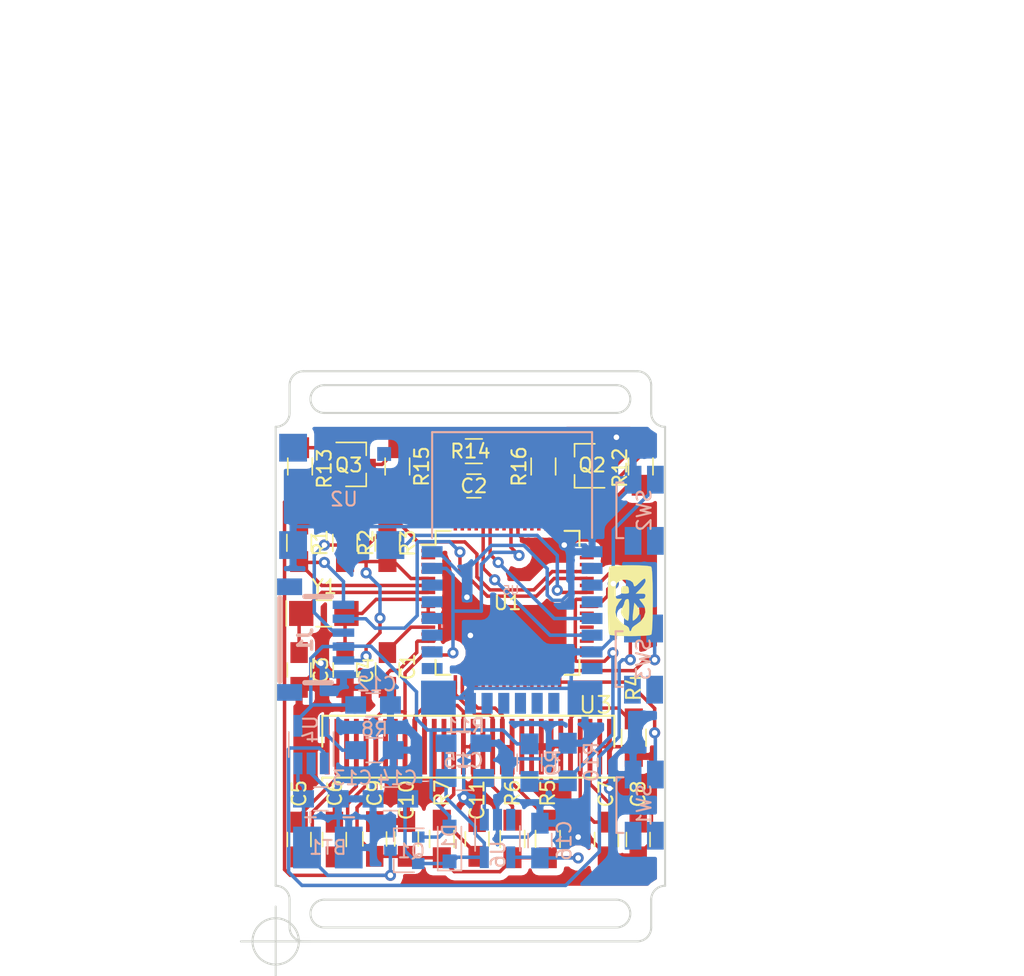
<source format=kicad_pcb>
(kicad_pcb (version 4) (host pcbnew 4.0.7-e2-6376~58~ubuntu16.04.1)
  (layers (0 F.Cu signal) (31 B.Cu signal) (34 B.Paste user) (35 F.Paste user) (36 B.SilkS user) (37 F.SilkS user) (38 B.Mask user) (39 F.Mask user) (44 Edge.Cuts user))
  (net 0 "")
  (net 1 GND)
  (net 2 +3V3)
  (net 3 "Net-(C1-Pad1)")
  (net 4 "Net-(C3-Pad1)")
  (net 5 "Net-(C4-Pad1)")
  (net 6 "Net-(C5-Pad1)")
  (net 7 "Net-(C5-Pad2)")
  (net 8 "Net-(C6-Pad1)")
  (net 9 "Net-(C6-Pad2)")
  (net 10 "Net-(C7-Pad1)")
  (net 11 "Net-(C8-Pad1)")
  (net 12 RXD)
  (net 13 TXD)
  (net 14 DTR)
  (net 15 CTS)
  (net 16 "Net-(R4-Pad1)")
  (net 17 SCL)
  (net 18 SDA)
  (net 19 SW3)
  (net 20 SW1)
  (net 21 SW2)
  (net 22 "Net-(U1-Pad42)")
  (net 23 "Net-(C11-Pad1)")
  (net 24 +BATT)
  (net 25 "Net-(C12-Pad1)")
  (net 26 +5V)
  (net 27 "Net-(Q2-Pad1)")
  (net 28 "Net-(Q2-Pad3)")
  (net 29 "Net-(Q3-Pad1)")
  (net 30 "Net-(Q3-Pad3)")
  (net 31 "Net-(R8-Pad1)")
  (net 32 VDD)
  (net 33 "Net-(R11-Pad2)")
  (net 34 BATT_ENABLE)
  (net 35 BATT_LEVEL)
  (net 36 STAT)
  (net 37 D8/RXD)
  (net 38 D7/TXD)
  (module library:RN4020 (layer B.Cu) (at 118 103.531 180)
    (fp_text reference U5 (at 5.842 8.128 180) (layer B.SilkS) (effects (font (size 0.6 0.6) (thickness 0.1)) (justify mirror)))
    (fp_text value RN4020)
    (pad 1 smd rect (at 0 10.9 180) (size 1.5 0.8) (layers B.Cu B.Paste B.Mask) (net 1 GND))
    (pad 2 smd rect (at 0 9.7 180) (size 1.5 0.8) (layers B.Cu B.Paste B.Mask))
    (pad 3 smd rect (at 0 8.5 180) (size 1.5 0.8) (layers B.Cu B.Paste B.Mask))
    (pad 4 smd rect (at 0 7.3 180) (size 1.5 0.8) (layers B.Cu B.Paste B.Mask))
    (pad 5 smd rect (at 0 6.1 180) (size 1.5 0.8) (layers B.Cu B.Paste B.Mask) (net 37 D8/RXD))
    (pad 6 smd rect (at 0 4.9 180) (size 1.5 0.8) (layers B.Cu B.Paste B.Mask) (net 38 D7/TXD))
    (pad 7 smd rect (at 0 3.7 180) (size 1.5 0.8) (layers B.Cu B.Paste B.Mask) (net 1 GND))
    (pad 8 smd rect (at 0 2.5 180) (size 1.5 0.8) (layers B.Cu B.Paste B.Mask))
    (pad 10 smd rect (at 2.75 0 180) (size 0.8 1.5) (layers B.Cu B.Paste B.Mask))
    (pad 11 smd rect (at 3.95 0 180) (size 0.8 1.5) (layers B.Cu B.Paste B.Mask))
    (pad 12 smd rect (at 5.15 0 180) (size 0.8 1.5) (layers B.Cu B.Paste B.Mask))
    (pad 13 smd rect (at 6.35 0 180) (size 0.8 1.5) (layers B.Cu B.Paste B.Mask))
    (pad 14 smd rect (at 7.55 0 180) (size 0.8 1.5) (layers B.Cu B.Paste B.Mask))
    (pad 15 smd rect (at 8.75 0 180) (size 0.8 1.5) (layers B.Cu B.Paste B.Mask) (net 1 GND))
    (pad 17 smd rect (at 11.5 2.5 180) (size 1.5 0.8) (layers B.Cu B.Paste B.Mask))
    (pad 18 smd rect (at 11.5 3.7 180) (size 1.5 0.8) (layers B.Cu B.Paste B.Mask))
    (pad 19 smd rect (at 11.5 4.9 180) (size 1.5 0.8) (layers B.Cu B.Paste B.Mask))
    (pad 20 smd rect (at 11.5 6.1 180) (size 1.5 0.8) (layers B.Cu B.Paste B.Mask))
    (pad 21 smd rect (at 11.5 7.3 180) (size 1.5 0.8) (layers B.Cu B.Paste B.Mask))
    (pad 22 smd rect (at 11.5 8.5 180) (size 1.5 0.8) (layers B.Cu B.Paste B.Mask))
    (pad 23 smd rect (at 11.5 9.7 180) (size 1.5 0.8) (layers B.Cu B.Paste B.Mask) (net 2 +3V3))
    (pad 24 smd rect (at 11.5 10.9 180) (size 1.5 0.8) (layers B.Cu B.Paste B.Mask) (net 1 GND))
    (pad 9 smd rect (at 0.508 0.381 180) (size 2.5 2.5) (layers B.Cu B.Paste B.Mask) (net 1 GND))
    (pad 16 smd rect (at 11.049 0.381 180) (size 2.5 2.5) (layers B.Cu B.Paste B.Mask) (net 1 GND))
  )
  (module Housings_QFP:LQFP-64_10x10mm_Pitch0.5mm (layer F.Cu) (at 111.92 96.306)
    (fp_text reference U1 (at 0 0) (layer F.SilkS))
    (fp_text value R5F100LJAFB)
    (pad 1 smd rect (at -5.7 -3.75) (size 1 0.25) (layers F.Cu F.Paste F.Mask))
    (pad 2 smd rect (at -5.7 -3.25) (size 1 0.25) (layers F.Cu F.Paste F.Mask))
    (pad 3 smd rect (at -5.7 -2.75) (size 1 0.25) (layers F.Cu F.Paste F.Mask))
    (pad 4 smd rect (at -5.7 -2.25) (size 1 0.25) (layers F.Cu F.Paste F.Mask))
    (pad 5 smd rect (at -5.7 -1.75) (size 1 0.25) (layers F.Cu F.Paste F.Mask) (net 15 CTS))
    (pad 6 smd rect (at -5.7 -1.25) (size 1 0.25) (layers F.Cu F.Paste F.Mask) (net 14 DTR))
    (pad 7 smd rect (at -5.7 -0.75) (size 1 0.25) (layers F.Cu F.Paste F.Mask) (net 4 "Net-(C3-Pad1)"))
    (pad 8 smd rect (at -5.7 -0.25) (size 1 0.25) (layers F.Cu F.Paste F.Mask) (net 5 "Net-(C4-Pad1)"))
    (pad 9 smd rect (at -5.7 0.25) (size 1 0.25) (layers F.Cu F.Paste F.Mask) (net 1 GND))
    (pad 10 smd rect (at -5.7 0.75) (size 1 0.25) (layers F.Cu F.Paste F.Mask) (net 1 GND))
    (pad 11 smd rect (at -5.7 1.25) (size 1 0.25) (layers F.Cu F.Paste F.Mask) (net 1 GND))
    (pad 12 smd rect (at -5.7 1.75) (size 1 0.25) (layers F.Cu F.Paste F.Mask) (net 3 "Net-(C1-Pad1)"))
    (pad 13 smd rect (at -5.7 2.25) (size 1 0.25) (layers F.Cu F.Paste F.Mask) (net 1 GND))
    (pad 14 smd rect (at -5.7 2.75) (size 1 0.25) (layers F.Cu F.Paste F.Mask) (net 1 GND))
    (pad 15 smd rect (at -5.7 3.25) (size 1 0.25) (layers F.Cu F.Paste F.Mask) (net 2 +3V3))
    (pad 16 smd rect (at -5.7 3.75) (size 1 0.25) (layers F.Cu F.Paste F.Mask) (net 2 +3V3))
    (pad 17 smd rect (at -3.75 5.7 90) (size 1 0.25) (layers F.Cu F.Paste F.Mask) (net 17 SCL))
    (pad 18 smd rect (at -3.25 5.7 90) (size 1 0.25) (layers F.Cu F.Paste F.Mask) (net 18 SDA))
    (pad 19 smd rect (at -2.75 5.7 90) (size 1 0.25) (layers F.Cu F.Paste F.Mask))
    (pad 20 smd rect (at -2.25 5.7 90) (size 1 0.25) (layers F.Cu F.Paste F.Mask))
    (pad 21 smd rect (at -1.75 5.7 90) (size 1 0.25) (layers F.Cu F.Paste F.Mask) (net 19 SW3))
    (pad 22 smd rect (at -1.25 5.7 90) (size 1 0.25) (layers F.Cu F.Paste F.Mask))
    (pad 23 smd rect (at -0.75 5.7 90) (size 1 0.25) (layers F.Cu F.Paste F.Mask))
    (pad 24 smd rect (at -0.25 5.7 90) (size 1 0.25) (layers F.Cu F.Paste F.Mask))
    (pad 25 smd rect (at 0.25 5.7 90) (size 1 0.25) (layers F.Cu F.Paste F.Mask))
    (pad 26 smd rect (at 0.75 5.7 90) (size 1 0.25) (layers F.Cu F.Paste F.Mask))
    (pad 27 smd rect (at 1.25 5.7 90) (size 1 0.25) (layers F.Cu F.Paste F.Mask))
    (pad 28 smd rect (at 1.75 5.7 90) (size 1 0.25) (layers F.Cu F.Paste F.Mask))
    (pad 29 smd rect (at 2.25 5.7 90) (size 1 0.25) (layers F.Cu F.Paste F.Mask))
    (pad 30 smd rect (at 2.75 5.7 90) (size 1 0.25) (layers F.Cu F.Paste F.Mask))
    (pad 31 smd rect (at 3.25 5.7 90) (size 1 0.25) (layers F.Cu F.Paste F.Mask))
    (pad 32 smd rect (at 3.75 5.7 90) (size 1 0.25) (layers F.Cu F.Paste F.Mask) (net 20 SW1))
    (pad 33 smd rect (at 5.7 3.75) (size 1 0.25) (layers F.Cu F.Paste F.Mask))
    (pad 34 smd rect (at 5.7 3.25) (size 1 0.25) (layers F.Cu F.Paste F.Mask))
    (pad 35 smd rect (at 5.7 2.75) (size 1 0.25) (layers F.Cu F.Paste F.Mask))
    (pad 36 smd rect (at 5.7 2.25) (size 1 0.25) (layers F.Cu F.Paste F.Mask))
    (pad 37 smd rect (at 5.7 1.75) (size 1 0.25) (layers F.Cu F.Paste F.Mask))
    (pad 38 smd rect (at 5.7 1.25) (size 1 0.25) (layers F.Cu F.Paste F.Mask))
    (pad 39 smd rect (at 5.7 0.75) (size 1 0.25) (layers F.Cu F.Paste F.Mask))
    (pad 40 smd rect (at 5.7 0.25) (size 1 0.25) (layers F.Cu F.Paste F.Mask) (net 21 SW2))
    (pad 41 smd rect (at 5.7 -0.25) (size 1 0.25) (layers F.Cu F.Paste F.Mask) (net 32 VDD))
    (pad 42 smd rect (at 5.7 -0.75) (size 1 0.25) (layers F.Cu F.Paste F.Mask) (net 22 "Net-(U1-Pad42)"))
    (pad 43 smd rect (at 5.7 -1.25) (size 1 0.25) (layers F.Cu F.Paste F.Mask) (net 36 STAT))
    (pad 44 smd rect (at 5.7 -1.75) (size 1 0.25) (layers F.Cu F.Paste F.Mask) (net 12 RXD))
    (pad 45 smd rect (at 5.7 -2.25) (size 1 0.25) (layers F.Cu F.Paste F.Mask) (net 13 TXD))
    (pad 46 smd rect (at 5.7 -2.75) (size 1 0.25) (layers F.Cu F.Paste F.Mask))
    (pad 47 smd rect (at 5.7 -3.25) (size 1 0.25) (layers F.Cu F.Paste F.Mask))
    (pad 48 smd rect (at 5.7 -3.75) (size 1 0.25) (layers F.Cu F.Paste F.Mask))
    (pad 49 smd rect (at 3.75 -5.7 90) (size 1 0.25) (layers F.Cu F.Paste F.Mask))
    (pad 50 smd rect (at 3.25 -5.7 90) (size 1 0.25) (layers F.Cu F.Paste F.Mask))
    (pad 51 smd rect (at 2.75 -5.7 90) (size 1 0.25) (layers F.Cu F.Paste F.Mask))
    (pad 52 smd rect (at 2.25 -5.7 90) (size 1 0.25) (layers F.Cu F.Paste F.Mask))
    (pad 53 smd rect (at 1.75 -5.7 90) (size 1 0.25) (layers F.Cu F.Paste F.Mask) (net 34 BATT_ENABLE))
    (pad 54 smd rect (at 1.25 -5.7 90) (size 1 0.25) (layers F.Cu F.Paste F.Mask) (net 35 BATT_LEVEL))
    (pad 55 smd rect (at 0.75 -5.7 90) (size 1 0.25) (layers F.Cu F.Paste F.Mask) (net 1 GND))
    (pad 56 smd rect (at 0.25 -5.7 90) (size 1 0.25) (layers F.Cu F.Paste F.Mask) (net 2 +3V3))
    (pad 57 smd rect (at -0.25 -5.7 90) (size 1 0.25) (layers F.Cu F.Paste F.Mask))
    (pad 58 smd rect (at -0.75 -5.7 90) (size 1 0.25) (layers F.Cu F.Paste F.Mask))
    (pad 59 smd rect (at -1.25 -5.7 90) (size 1 0.25) (layers F.Cu F.Paste F.Mask) (net 37 D8/RXD))
    (pad 60 smd rect (at -1.75 -5.7 90) (size 1 0.25) (layers F.Cu F.Paste F.Mask) (net 38 D7/TXD))
    (pad 61 smd rect (at -2.25 -5.7 90) (size 1 0.25) (layers F.Cu F.Paste F.Mask))
    (pad 62 smd rect (at -2.75 -5.7 90) (size 1 0.25) (layers F.Cu F.Paste F.Mask))
    (pad 63 smd rect (at -3.25 -5.7 90) (size 1 0.25) (layers F.Cu F.Paste F.Mask))
    (pad 64 smd rect (at -3.75 -5.7 90) (size 1 0.25) (layers F.Cu F.Paste F.Mask))
  )
  (module TO_SOT_Packages_SMD:SOT-23-5_HandSoldering (layer B.Cu) (at 97.8 106.5 90)
    (fp_text reference U4 (at 1.1 -0.05 90) (layer B.SilkS) (effects (justify mirror)))
    (fp_text value MCP73831)
    (pad 1 smd rect (at -1.35 0.95 90) (size 1.56 0.65) (layers B.Cu B.Paste B.Mask) (net 36 STAT))
    (pad 2 smd rect (at -1.35 0 90) (size 1.56 0.65) (layers B.Cu B.Paste B.Mask) (net 1 GND))
    (pad 3 smd rect (at -1.35 -0.95 90) (size 1.56 0.65) (layers B.Cu B.Paste B.Mask) (net 24 +BATT))
    (pad 4 smd rect (at 1.35 -0.95 90) (size 1.56 0.65) (layers B.Cu B.Paste B.Mask) (net 25 "Net-(C12-Pad1)"))
    (pad 5 smd rect (at 1.35 0.95 90) (size 1.56 0.65) (layers B.Cu B.Paste B.Mask) (net 31 "Net-(R8-Pad1)"))
  )
  (module Resistors_SMD:R_0805_HandSoldering (layer F.Cu) (at 112.276 113.284 90)
    (fp_text reference R6 (at 3.302 0 90) (layer F.SilkS))
    (fp_text value 10k)
    (pad 1 smd rect (at -1.35 0 90) (size 1.5 1.3) (layers F.Cu F.Paste F.Mask) (net 2 +3V3))
    (pad 2 smd rect (at 1.35 0 90) (size 1.5 1.3) (layers F.Cu F.Paste F.Mask) (net 17 SCL))
  )
  (module SSD1306:SSD1306 (layer F.Cu) (at 109.1 106.65)
    (fp_text reference U3 (at 9.15 -3) (layer F.SilkS) (effects (font (size 1.2 1.2))))
    (fp_text value SSD1306)
    (pad 1 smd rect (at -10.15 0) (size 0.35 4) (layers F.Cu F.Paste F.Mask) (net 1 GND))
    (pad 2 smd rect (at -9.45 0) (size 0.35 4) (layers F.Cu F.Paste F.Mask) (net 6 "Net-(C5-Pad1)"))
    (pad 3 smd rect (at -8.75 0) (size 0.35 4) (layers F.Cu F.Paste F.Mask) (net 7 "Net-(C5-Pad2)"))
    (pad 4 smd rect (at -8.05 0) (size 0.35 4) (layers F.Cu F.Paste F.Mask) (net 8 "Net-(C6-Pad1)"))
    (pad 5 smd rect (at -7.35 0) (size 0.35 4) (layers F.Cu F.Paste F.Mask) (net 9 "Net-(C6-Pad2)"))
    (pad 6 smd rect (at -6.65 0) (size 0.35 4) (layers F.Cu F.Paste F.Mask) (net 2 +3V3))
    (pad 7 smd rect (at -5.95 0) (size 0.35 4) (layers F.Cu F.Paste F.Mask))
    (pad 8 smd rect (at -5.25 0) (size 0.35 4) (layers F.Cu F.Paste F.Mask) (net 1 GND))
    (pad 9 smd rect (at -4.55 0) (size 0.35 4) (layers F.Cu F.Paste F.Mask) (net 2 +3V3))
    (pad 10 smd rect (at -3.85 0) (size 0.35 4) (layers F.Cu F.Paste F.Mask) (net 1 GND))
    (pad 11 smd rect (at -3.15 0) (size 0.35 4) (layers F.Cu F.Paste F.Mask) (net 23 "Net-(C11-Pad1)"))
    (pad 12 smd rect (at -2.45 0) (size 0.35 4) (layers F.Cu F.Paste F.Mask) (net 1 GND))
    (pad 13 smd rect (at -1.75 0) (size 0.35 4) (layers F.Cu F.Paste F.Mask) (net 1 GND))
    (pad 14 smd rect (at -1.05 0) (size 0.35 4) (layers F.Cu F.Paste F.Mask) (net 23 "Net-(C11-Pad1)"))
    (pad 15 smd rect (at -0.35 0) (size 0.35 4) (layers F.Cu F.Paste F.Mask) (net 1 GND))
    (pad 16 smd rect (at 0.35 0) (size 0.35 4) (layers F.Cu F.Paste F.Mask) (net 1 GND))
    (pad 17 smd rect (at 1.05 0) (size 0.35 4) (layers F.Cu F.Paste F.Mask) (net 1 GND))
    (pad 18 smd rect (at 1.75 0) (size 0.35 4) (layers F.Cu F.Paste F.Mask) (net 17 SCL))
    (pad 19 smd rect (at 2.45 0) (size 0.35 4) (layers F.Cu F.Paste F.Mask) (net 18 SDA))
    (pad 20 smd rect (at 3.15 0) (size 0.35 4) (layers F.Cu F.Paste F.Mask) (net 18 SDA))
    (pad 21 smd rect (at 3.85 0) (size 0.35 4) (layers F.Cu F.Paste F.Mask) (net 1 GND))
    (pad 22 smd rect (at 4.55 0) (size 0.35 4) (layers F.Cu F.Paste F.Mask) (net 1 GND))
    (pad 23 smd rect (at 5.25 0) (size 0.35 4) (layers F.Cu F.Paste F.Mask) (net 1 GND))
    (pad 24 smd rect (at 5.95 0) (size 0.35 4) (layers F.Cu F.Paste F.Mask) (net 1 GND))
    (pad 25 smd rect (at 6.65 0) (size 0.35 4) (layers F.Cu F.Paste F.Mask) (net 1 GND))
    (pad 26 smd rect (at 7.35 0) (size 0.35 4) (layers F.Cu F.Paste F.Mask) (net 16 "Net-(R4-Pad1)"))
    (pad 27 smd rect (at 8.05 0) (size 0.35 4) (layers F.Cu F.Paste F.Mask) (net 10 "Net-(C7-Pad1)"))
    (pad 28 smd rect (at 8.75 0) (size 0.35 4) (layers F.Cu F.Paste F.Mask) (net 11 "Net-(C8-Pad1)"))
    (pad 29 smd rect (at 9.45 0) (size 0.35 4) (layers F.Cu F.Paste F.Mask) (net 1 GND))
    (pad 30 smd rect (at 10.15 0) (size 0.35 4) (layers F.Cu F.Paste F.Mask) (net 1 GND))
  )
  (module Capacitors_SMD:C_0805_HandSoldering (layer F.Cu) (at 96.934 113.324 270)
    (fp_text reference C5 (at -3.302 0 270) (layer F.SilkS))
    (fp_text value 1.0uF)
    (pad 1 smd rect (at -1.25 0 270) (size 1.5 1.25) (layers F.Cu F.Paste F.Mask) (net 6 "Net-(C5-Pad1)"))
    (pad 2 smd rect (at 1.25 0 270) (size 1.5 1.25) (layers F.Cu F.Paste F.Mask) (net 7 "Net-(C5-Pad2)"))
  )
  (module Capacitors_SMD:C_0805_HandSoldering (layer F.Cu) (at 103.284 101.132 270)
    (fp_text reference C1 (at -0.232 -1.466 270) (layer F.SilkS))
    (fp_text value 0.47uF)
    (pad 1 smd rect (at -1.25 0 270) (size 1.5 1.25) (layers F.Cu F.Paste F.Mask) (net 3 "Net-(C1-Pad1)"))
    (pad 2 smd rect (at 1.25 0 270) (size 1.5 1.25) (layers F.Cu F.Paste F.Mask) (net 1 GND))
  )
  (module Capacitors_SMD:C_0805_HandSoldering (layer F.Cu) (at 109.5 87.9)
    (fp_text reference C2 (at 0 0) (layer F.SilkS))
    (fp_text value 0.1uF)
    (pad 1 smd rect (at -1.25 0) (size 1.5 1.25) (layers F.Cu F.Paste F.Mask) (net 2 +3V3))
    (pad 2 smd rect (at 1.25 0) (size 1.5 1.25) (layers F.Cu F.Paste F.Mask) (net 1 GND))
  )
  (module Capacitors_SMD:C_0805_HandSoldering (layer F.Cu) (at 96.934 101.132 270)
    (fp_text reference C3 (at 0.018 -1.566 270) (layer F.SilkS))
    (fp_text value 15pF)
    (pad 1 smd rect (at -1.25 0 270) (size 1.5 1.25) (layers F.Cu F.Paste F.Mask) (net 4 "Net-(C3-Pad1)"))
    (pad 2 smd rect (at 1.25 0 270) (size 1.5 1.25) (layers F.Cu F.Paste F.Mask) (net 1 GND))
  )
  (module Capacitors_SMD:C_0805_HandSoldering (layer F.Cu) (at 100.236 101.132 270)
    (fp_text reference C4 (at 0 -1.514 270) (layer F.SilkS))
    (fp_text value 15pF)
    (pad 1 smd rect (at -1.25 0 270) (size 1.5 1.25) (layers F.Cu F.Paste F.Mask) (net 5 "Net-(C4-Pad1)"))
    (pad 2 smd rect (at 1.25 0 270) (size 1.5 1.25) (layers F.Cu F.Paste F.Mask) (net 1 GND))
  )
  (module Capacitors_SMD:C_0805_HandSoldering (layer F.Cu) (at 99.474 113.324 270)
    (fp_text reference C6 (at -3.342 -0.026 270) (layer F.SilkS))
    (fp_text value 1.0uF)
    (pad 1 smd rect (at -1.25 0 270) (size 1.5 1.25) (layers F.Cu F.Paste F.Mask) (net 8 "Net-(C6-Pad1)"))
    (pad 2 smd rect (at 1.25 0 270) (size 1.5 1.25) (layers F.Cu F.Paste F.Mask) (net 9 "Net-(C6-Pad2)"))
  )
  (module Capacitors_SMD:C_0805_HandSoldering (layer F.Cu) (at 119.032 113.324 270)
    (fp_text reference C7 (at -3.274 0.032 270) (layer F.SilkS))
    (fp_text value 4.7uF)
    (pad 1 smd rect (at -1.25 0 270) (size 1.5 1.25) (layers F.Cu F.Paste F.Mask) (net 10 "Net-(C7-Pad1)"))
    (pad 2 smd rect (at 1.25 0 270) (size 1.5 1.25) (layers F.Cu F.Paste F.Mask) (net 1 GND))
  )
  (module Capacitors_SMD:C_0805_HandSoldering (layer F.Cu) (at 121.318 113.324 270)
    (fp_text reference C8 (at -3.274 0 270) (layer F.SilkS))
    (fp_text value 2.2uF)
    (pad 1 smd rect (at -1.25 0 270) (size 1.5 1.25) (layers F.Cu F.Paste F.Mask) (net 11 "Net-(C8-Pad1)"))
    (pad 2 smd rect (at 1.25 0 270) (size 1.5 1.25) (layers F.Cu F.Paste F.Mask) (net 1 GND))
  )
  (module JST-SH:JST-SM-06B-SRSS-TB (layer B.Cu) (at 98.24898 98.9473 270)
    (fp_text reference J1 (at 0.02032 0.86868 270) (layer B.SilkS) (effects (font (size 1.00076 1.00076) (thickness 0.25146)) (justify mirror)))
    (fp_text value JST_SH_06 hide)
    (pad 2 smd rect (at -1.4986 -1.87452 270) (size 0.59944 1.5494) (layers B.Cu B.Paste B.Mask) (net 12 RXD) (clearance 0.09906))
    (pad 3 smd rect (at -0.49784 -1.87452 270) (size 0.59944 1.5494) (layers B.Cu B.Paste B.Mask) (net 13 TXD) (clearance 0.09906))
    (pad 1 smd rect (at -2.49936 -1.87452 270) (size 0.59944 1.5494) (layers B.Cu B.Paste B.Mask) (net 14 DTR) (clearance 0.09906))
    (pad M1 smd rect (at -3.7973 1.99898 270) (size 1.19888 1.80086) (layers B.Cu B.Paste B.Mask) (clearance 0.09906))
    (pad M2 smd rect (at 3.79984 1.99898 270) (size 1.19888 1.80086) (layers B.Cu B.Paste B.Mask) (clearance 0.09906))
    (pad 4 smd rect (at 0.50292 -1.87452 270) (size 0.59944 1.5494) (layers B.Cu B.Paste B.Mask) (net 25 "Net-(C12-Pad1)") (clearance 0.09906))
    (pad 5 smd rect (at 1.50114 -1.87452 270) (size 0.59944 1.5494) (layers B.Cu B.Paste B.Mask) (net 15 CTS) (clearance 0.09906))
    (pad 6 smd rect (at 2.5019 -1.87452 270) (size 0.59944 1.5494) (layers B.Cu B.Paste B.Mask) (net 1 GND) (clearance 0.09906))
  )
  (module Resistors_SMD:R_0805_HandSoldering (layer F.Cu) (at 96.934 91.988 270)
    (fp_text reference R1 (at 0 -1.516 270) (layer F.SilkS))
    (fp_text value 1k)
    (pad 1 smd rect (at -1.35 0 270) (size 1.5 1.3) (layers F.Cu F.Paste F.Mask) (net 2 +3V3))
    (pad 2 smd rect (at 1.35 0 270) (size 1.5 1.3) (layers F.Cu F.Paste F.Mask) (net 14 DTR))
  )
  (module Resistors_SMD:R_0805_HandSoldering (layer F.Cu) (at 100.236 91.988 270)
    (fp_text reference R2 (at 0 -1.514 270) (layer F.SilkS))
    (fp_text value 12k)
    (pad 1 smd rect (at -1.35 0 270) (size 1.5 1.3) (layers F.Cu F.Paste F.Mask) (net 2 +3V3))
    (pad 2 smd rect (at 1.35 0 270) (size 1.5 1.3) (layers F.Cu F.Paste F.Mask) (net 15 CTS))
  )
  (module Resistors_SMD:R_0805_HandSoldering (layer F.Cu) (at 103.284 91.988 90)
    (fp_text reference R3 (at -0.028 1.468 90) (layer F.SilkS))
    (fp_text value 2k)
    (pad 1 smd rect (at -1.35 0 90) (size 1.5 1.3) (layers F.Cu F.Paste F.Mask) (net 15 CTS))
    (pad 2 smd rect (at 1.35 0 90) (size 1.5 1.3) (layers F.Cu F.Paste F.Mask) (net 13 TXD))
  )
  (module Resistors_SMD:R_0805_HandSoldering (layer F.Cu) (at 121 106 270)
    (fp_text reference R4 (at -3.606 0.013 270) (layer F.SilkS))
    (fp_text value 390k)
    (pad 1 smd rect (at -1.35 0 270) (size 1.5 1.3) (layers F.Cu F.Paste F.Mask) (net 16 "Net-(R4-Pad1)"))
    (pad 2 smd rect (at 1.35 0 270) (size 1.5 1.3) (layers F.Cu F.Paste F.Mask) (net 1 GND))
  )
  (module Crystals:Crystal_SMD_G8-2pin_3.2x1.5mm_HandSoldering (layer F.Cu) (at 98.712 97.068)
    (fp_text reference Y1 (at 0.038 -1.918) (layer F.SilkS))
    (fp_text value 32.768k)
    (pad 1 smd rect (at -1.625 0) (size 1.75 1.8) (layers F.Cu F.Paste F.Mask) (net 4 "Net-(C3-Pad1)"))
    (pad 2 smd rect (at 1.625 0) (size 1.75 1.8) (layers F.Cu F.Paste F.Mask) (net 5 "Net-(C4-Pad1)"))
  )
  (module misc:BZ7025_3pin (layer B.Cu) (at 100 88.65)
    (fp_text reference U2 (at 0.159 0.202) (layer B.SilkS) (effects (justify mirror)))
    (fp_text value BUZZER)
    (pad 3 smd rect (at -3.5 -3.5) (size 2 2) (layers B.Cu B.Paste B.Mask))
    (pad 4 smd rect (at 3.048 -3.048) (size 1 1) (layers B.Cu B.Paste B.Mask))
    (pad 1 smd rect (at 3.5 3.5) (size 2 2) (layers B.Cu B.Paste B.Mask) (net 22 "Net-(U1-Pad42)"))
    (pad 2 smd rect (at -3.5 3.5) (size 2 2) (layers B.Cu B.Paste B.Mask) (net 1 GND))
  )
  (module Capacitors_SMD:C_0805_HandSoldering (layer F.Cu) (at 102.37 113.284 90)
    (fp_text reference C9 (at 3.302 0 90) (layer F.SilkS))
    (fp_text value 1.0uF)
    (pad 1 smd rect (at -1.25 0 90) (size 1.5 1.25) (layers F.Cu F.Paste F.Mask) (net 2 +3V3))
    (pad 2 smd rect (at 1.25 0 90) (size 1.5 1.25) (layers F.Cu F.Paste F.Mask) (net 1 GND))
  )
  (module Capacitors_SMD:C_0805_HandSoldering (layer F.Cu) (at 104.656 113.284 90)
    (fp_text reference C10 (at 2.794 0 90) (layer F.SilkS))
    (fp_text value 1.0uF)
    (pad 1 smd rect (at -1.25 0 90) (size 1.5 1.25) (layers F.Cu F.Paste F.Mask) (net 2 +3V3))
    (pad 2 smd rect (at 1.25 0 90) (size 1.5 1.25) (layers F.Cu F.Paste F.Mask) (net 1 GND))
  )
  (module Capacitors_SMD:C_0805_HandSoldering (layer F.Cu) (at 109.736 113.284 90)
    (fp_text reference C11 (at 2.794 0 90) (layer F.SilkS))
    (fp_text value 0.1uF)
    (pad 1 smd rect (at -1.25 0 90) (size 1.5 1.25) (layers F.Cu F.Paste F.Mask) (net 23 "Net-(C11-Pad1)"))
    (pad 2 smd rect (at 1.25 0 90) (size 1.5 1.25) (layers F.Cu F.Paste F.Mask) (net 1 GND))
  )
  (module Resistors_SMD:R_0805_HandSoldering (layer F.Cu) (at 114.816 113.284 90)
    (fp_text reference R5 (at 3.302 0 90) (layer F.SilkS))
    (fp_text value 10k)
    (pad 1 smd rect (at -1.35 0 90) (size 1.5 1.3) (layers F.Cu F.Paste F.Mask) (net 2 +3V3))
    (pad 2 smd rect (at 1.35 0 90) (size 1.5 1.3) (layers F.Cu F.Paste F.Mask) (net 18 SDA))
  )
  (module Resistors_SMD:R_0805_HandSoldering (layer F.Cu) (at 107.196 113.284 270)
    (fp_text reference R7 (at -3.302 0 270) (layer F.SilkS))
    (fp_text value 10k)
    (pad 1 smd rect (at -1.35 0 270) (size 1.5 1.3) (layers F.Cu F.Paste F.Mask) (net 23 "Net-(C11-Pad1)"))
    (pad 2 smd rect (at 1.35 0 270) (size 1.5 1.3) (layers F.Cu F.Paste F.Mask) (net 2 +3V3))
  )
  (module misc:SKSC (layer B.Cu) (at 121.75 110.85 270)
    (fp_text reference SW1 (at 0 0 270) (layer B.SilkS) (effects (justify mirror)))
    (fp_text value SW_Push)
    (pad 1 smd rect (at -2.2 -0.8 270) (size 2 1.2) (layers B.Cu B.Paste B.Mask) (net 20 SW1))
    (pad 2 smd rect (at -2.2 0.8 270) (size 2 1.2) (layers B.Cu B.Paste B.Mask) (net 1 GND))
    (pad "" smd rect (at 2.2 -0.8 270) (size 2 1.2) (layers B.Cu B.Paste B.Mask))
    (pad "" smd rect (at 2.2 0.8 270) (size 2 1.2) (layers B.Cu B.Paste B.Mask))
  )
  (module misc:SKSC (layer B.Cu) (at 121.75 89.65 270)
    (fp_text reference SW2 (at 0 0 270) (layer B.SilkS) (effects (justify mirror)))
    (fp_text value SW_Push)
    (pad 1 smd rect (at -2.2 -0.8 270) (size 2 1.2) (layers B.Cu B.Paste B.Mask) (net 21 SW2))
    (pad 2 smd rect (at -2.2 0.8 270) (size 2 1.2) (layers B.Cu B.Paste B.Mask) (net 1 GND))
    (pad "" smd rect (at 2.2 -0.8 270) (size 2 1.2) (layers B.Cu B.Paste B.Mask))
    (pad "" smd rect (at 2.2 0.8 270) (size 2 1.2) (layers B.Cu B.Paste B.Mask))
  )
  (module misc:SKSC (layer B.Cu) (at 121.7 100.35 270)
    (fp_text reference SW3 (at 0 0 270) (layer B.SilkS) (effects (justify mirror)))
    (fp_text value SW_Push)
    (pad 1 smd rect (at -2.2 -0.8 270) (size 2 1.2) (layers B.Cu B.Paste B.Mask) (net 19 SW3))
    (pad 2 smd rect (at -2.2 0.8 270) (size 2 1.2) (layers B.Cu B.Paste B.Mask) (net 1 GND))
    (pad "" smd rect (at 2.2 -0.8 270) (size 2 1.2) (layers B.Cu B.Paste B.Mask))
    (pad "" smd rect (at 2.2 0.8 270) (size 2 1.2) (layers B.Cu B.Paste B.Mask))
  )
  (module Capacitors_SMD:C_0805_HandSoldering (layer B.Cu) (at 102.25 103.65)
    (fp_text reference C12 (at 0.25 -1.5) (layer B.SilkS) (effects (justify mirror)))
    (fp_text value 4.7uF)
    (pad 1 smd rect (at -1.25 0) (size 1.5 1.25) (layers B.Cu B.Paste B.Mask) (net 25 "Net-(C12-Pad1)"))
    (pad 2 smd rect (at 1.25 0) (size 1.5 1.25) (layers B.Cu B.Paste B.Mask) (net 1 GND))
  )
  (module Capacitors_SMD:C_0805_HandSoldering (layer B.Cu) (at 98.5 110.4)
    (fp_text reference C13 (at 2.25 -1.5) (layer B.SilkS) (effects (justify mirror)))
    (fp_text value 4.7uF)
    (pad 1 smd rect (at -1.25 0) (size 1.5 1.25) (layers B.Cu B.Paste B.Mask) (net 24 +BATT))
    (pad 2 smd rect (at 1.25 0) (size 1.5 1.25) (layers B.Cu B.Paste B.Mask) (net 1 GND))
  )
  (module Capacitors_SMD:C_0805_HandSoldering (layer B.Cu) (at 103.5 110.4 180)
    (fp_text reference C14 (at -0.5 1.5 180) (layer B.SilkS) (effects (justify mirror)))
    (fp_text value 1.0uF)
    (pad 1 smd rect (at -1.25 0 180) (size 1.5 1.25) (layers B.Cu B.Paste B.Mask) (net 26 +5V))
    (pad 2 smd rect (at 1.25 0 180) (size 1.5 1.25) (layers B.Cu B.Paste B.Mask) (net 1 GND))
  )
  (module Capacitors_SMD:C_0805_HandSoldering (layer B.Cu) (at 108.75 106.4)
    (fp_text reference C15 (at 0 1.25) (layer B.SilkS) (effects (justify mirror)))
    (fp_text value 0.1uF)
    (pad 1 smd rect (at -1.25 0) (size 1.5 1.25) (layers B.Cu B.Paste B.Mask) (net 26 +5V))
    (pad 2 smd rect (at 1.25 0) (size 1.5 1.25) (layers B.Cu B.Paste B.Mask) (net 1 GND))
  )
  (module Capacitors_SMD:C_0805_HandSoldering (layer B.Cu) (at 114.25 113.4 90)
    (fp_text reference C16 (at 0 1.75 90) (layer B.SilkS) (effects (justify mirror)))
    (fp_text value 1.0uF)
    (pad 1 smd rect (at -1.25 0 90) (size 1.5 1.25) (layers B.Cu B.Paste B.Mask) (net 2 +3V3))
    (pad 2 smd rect (at 1.25 0 90) (size 1.5 1.25) (layers B.Cu B.Paste B.Mask) (net 1 GND))
  )
  (module Diodes_SMD:D_SOD-323_HandSoldering (layer B.Cu) (at 107.75 113.65 90)
    (fp_text reference D1 (at 0.5 0 90) (layer B.SilkS) (effects (justify mirror)))
    (fp_text value CUS10F30)
    (pad 1 smd rect (at -1.25 0 90) (size 1 1) (layers B.Cu B.Paste B.Mask) (net 26 +5V))
    (pad 2 smd rect (at 1.25 0 90) (size 1 1) (layers B.Cu B.Paste B.Mask) (net 25 "Net-(C12-Pad1)"))
  )
  (module TO_SOT_Packages_SMD:SOT-23 (layer B.Cu) (at 104.5 114.1 180)
    (fp_text reference Q1 (at -0.5 -0.05 180) (layer B.SilkS) (effects (justify mirror)))
    (fp_text value DMG3415U)
    (pad 1 smd rect (at -1 0.95 180) (size 0.9 0.8) (layers B.Cu B.Paste B.Mask) (net 25 "Net-(C12-Pad1)"))
    (pad 2 smd rect (at -1 -0.95 180) (size 0.9 0.8) (layers B.Cu B.Paste B.Mask) (net 26 +5V))
    (pad 3 smd rect (at 1 0 180) (size 0.9 0.8) (layers B.Cu B.Paste B.Mask) (net 24 +BATT))
  )
  (module TO_SOT_Packages_SMD:SOT-23 (layer F.Cu) (at 117.5 86.45 180)
    (fp_text reference Q2 (at -0.5 0.05 180) (layer F.SilkS))
    (fp_text value BSS138)
    (pad 1 smd rect (at -1 -0.95 180) (size 0.9 0.8) (layers F.Cu F.Paste F.Mask) (net 27 "Net-(Q2-Pad1)"))
    (pad 2 smd rect (at -1 0.95 180) (size 0.9 0.8) (layers F.Cu F.Paste F.Mask) (net 1 GND))
    (pad 3 smd rect (at 1 0 180) (size 0.9 0.8) (layers F.Cu F.Paste F.Mask) (net 28 "Net-(Q2-Pad3)"))
  )
  (module TO_SOT_Packages_SMD:SOT-23 (layer F.Cu) (at 101 86.35)
    (fp_text reference Q3 (at -0.5 0.05) (layer F.SilkS))
    (fp_text value DMG3415U)
    (pad 1 smd rect (at -1 -0.95) (size 0.9 0.8) (layers F.Cu F.Paste F.Mask) (net 29 "Net-(Q3-Pad1)"))
    (pad 2 smd rect (at -1 0.95) (size 0.9 0.8) (layers F.Cu F.Paste F.Mask) (net 24 +BATT))
    (pad 3 smd rect (at 1 0) (size 0.9 0.8) (layers F.Cu F.Paste F.Mask) (net 30 "Net-(Q3-Pad3)"))
  )
  (module Resistors_SMD:R_0805_HandSoldering (layer B.Cu) (at 102.35 106.9)
    (fp_text reference R8 (at 0 -1.5) (layer B.SilkS) (effects (justify mirror)))
    (fp_text value 22k)
    (pad 1 smd rect (at -1.35 0) (size 1.5 1.3) (layers B.Cu B.Paste B.Mask) (net 31 "Net-(R8-Pad1)"))
    (pad 2 smd rect (at 1.35 0) (size 1.5 1.3) (layers B.Cu B.Paste B.Mask) (net 1 GND))
  )
  (module Resistors_SMD:R_0805_HandSoldering (layer B.Cu) (at 113.5 107.8 90)
    (fp_text reference R9 (at 0 1.7 90) (layer B.SilkS) (effects (justify mirror)))
    (fp_text value 47k)
    (pad 1 smd rect (at -1.35 0 90) (size 1.5 1.3) (layers B.Cu B.Paste B.Mask) (net 32 VDD))
    (pad 2 smd rect (at 1.35 0 90) (size 1.5 1.3) (layers B.Cu B.Paste B.Mask) (net 25 "Net-(C12-Pad1)"))
  )
  (module Resistors_SMD:R_0805_HandSoldering (layer B.Cu) (at 116.25 107.75 90)
    (fp_text reference R10 (at 0 1.7 90) (layer B.SilkS) (effects (justify mirror)))
    (fp_text value 47k)
    (pad 1 smd rect (at -1.35 0 90) (size 1.5 1.3) (layers B.Cu B.Paste B.Mask) (net 32 VDD))
    (pad 2 smd rect (at 1.35 0 90) (size 1.5 1.3) (layers B.Cu B.Paste B.Mask) (net 1 GND))
  )
  (module Resistors_SMD:R_0805_HandSoldering (layer B.Cu) (at 108.85 108.9)
    (fp_text reference R11 (at 0 -3.75) (layer B.SilkS) (effects (justify mirror)))
    (fp_text value 100k)
    (pad 1 smd rect (at -1.35 0) (size 1.5 1.3) (layers B.Cu B.Paste B.Mask) (net 26 +5V))
    (pad 2 smd rect (at 1.35 0) (size 1.5 1.3) (layers B.Cu B.Paste B.Mask) (net 33 "Net-(R11-Pad2)"))
  )
  (module Resistors_SMD:R_0805_HandSoldering (layer F.Cu) (at 121.5 86.5 270)
    (fp_text reference R12 (at 0.1 1.5 270) (layer F.SilkS))
    (fp_text value 100R)
    (pad 1 smd rect (at -1.35 0 270) (size 1.5 1.3) (layers F.Cu F.Paste F.Mask) (net 27 "Net-(Q2-Pad1)"))
    (pad 2 smd rect (at 1.35 0 270) (size 1.5 1.3) (layers F.Cu F.Paste F.Mask) (net 34 BATT_ENABLE))
  )
  (module Resistors_SMD:R_0805_HandSoldering (layer F.Cu) (at 97 86.5 90)
    (fp_text reference R13 (at -0.15 1.75 90) (layer F.SilkS))
    (fp_text value 10k)
    (pad 1 smd rect (at -1.35 0 90) (size 1.5 1.3) (layers F.Cu F.Paste F.Mask) (net 24 +BATT))
    (pad 2 smd rect (at 1.35 0 90) (size 1.5 1.3) (layers F.Cu F.Paste F.Mask) (net 29 "Net-(Q3-Pad1)"))
  )
  (module Resistors_SMD:R_0805_HandSoldering (layer F.Cu) (at 109.5 85.4)
    (fp_text reference R14 (at -0.25 0) (layer F.SilkS))
    (fp_text value 100R)
    (pad 1 smd rect (at -1.35 0) (size 1.5 1.3) (layers F.Cu F.Paste F.Mask) (net 29 "Net-(Q3-Pad1)"))
    (pad 2 smd rect (at 1.35 0) (size 1.5 1.3) (layers F.Cu F.Paste F.Mask) (net 28 "Net-(Q2-Pad3)"))
  )
  (module Resistors_SMD:R_0805_HandSoldering (layer F.Cu) (at 104 86.5 270)
    (fp_text reference R15 (at 0 -1.75 270) (layer F.SilkS))
    (fp_text value 7K5)
    (pad 1 smd rect (at -1.35 0 270) (size 1.5 1.3) (layers F.Cu F.Paste F.Mask) (net 30 "Net-(Q3-Pad3)"))
    (pad 2 smd rect (at 1.35 0 270) (size 1.5 1.3) (layers F.Cu F.Paste F.Mask) (net 35 BATT_LEVEL))
  )
  (module Resistors_SMD:R_0805_HandSoldering (layer F.Cu) (at 114.5 86.5 90)
    (fp_text reference R16 (at 0 -1.75 90) (layer F.SilkS))
    (fp_text value 2K7)
    (pad 1 smd rect (at -1.35 0 90) (size 1.5 1.3) (layers F.Cu F.Paste F.Mask) (net 35 BATT_LEVEL))
    (pad 2 smd rect (at 1.35 0 90) (size 1.5 1.3) (layers F.Cu F.Paste F.Mask) (net 1 GND))
  )
  (module TO_SOT_Packages_SMD:SOT-23-5_HandSoldering (layer B.Cu) (at 111.2 113.25 270)
    (fp_text reference U6 (at 1.15 -0.05 270) (layer B.SilkS) (effects (justify mirror)))
    (fp_text value NJM2865F33)
    (pad 1 smd rect (at -1.35 0.95 270) (size 1.56 0.65) (layers B.Cu B.Paste B.Mask) (net 33 "Net-(R11-Pad2)"))
    (pad 2 smd rect (at -1.35 0 270) (size 1.56 0.65) (layers B.Cu B.Paste B.Mask) (net 1 GND))
    (pad 3 smd rect (at -1.35 -0.95 270) (size 1.56 0.65) (layers B.Cu B.Paste B.Mask))
    (pad 4 smd rect (at 1.35 -0.95 270) (size 1.56 0.65) (layers B.Cu B.Paste B.Mask) (net 2 +3V3))
    (pad 5 smd rect (at 1.35 0.95 270) (size 1.56 0.65) (layers B.Cu B.Paste B.Mask) (net 26 +5V))
  )
  (module misc:BatteryPad (layer B.Cu) (at 99 112.4)
    (fp_text reference BT1 (at 0 1.5) (layer B.SilkS) (effects (justify mirror)))
    (fp_text value Battery_Cell)
    (fp_text user - (at 1.5 -0.75) (layer B.SilkS) (effects (justify mirror)))
    (fp_text user + (at -1.25 -0.75) (layer B.SilkS) (effects (justify mirror)))
    (pad 1 smd rect (at -1.5 1.5) (size 2 3) (layers B.Cu B.Paste B.Mask) (net 24 +BATT))
    (pad 2 smd rect (at 1.5 1.5) (size 2 3) (layers B.Cu B.Paste B.Mask) (net 1 GND))
  )
  (module misc:logo (layer F.Cu) (at 120.75 96.15 90)
    (fp_text reference G*** hide)
    (fp_text value LOGO hide)
  )
  (gr_line (start 119.75 82.65) (end 98.75 82.65) (angle 90) (layer Edge.Cuts) (width 0.15))
  (gr_line (start 119.75 80.65) (end 98.75 80.65) (angle 90) (layer Edge.Cuts) (width 0.15))
  (gr_line (start 119.75 119.65) (end 98.75 119.65) (angle 90) (layer Edge.Cuts) (width 0.15))
  (gr_line (start 98.75 117.65) (end 119.75 117.65) (angle 90) (layer Edge.Cuts) (width 0.15))
  (gr_arc (start 98.75 118.65) (end 98.75 119.65) (angle 180) (layer Edge.Cuts) (width 0.15))
  (target plus (at 95.25 120.65) (size 5) (width 0.15) (layer Edge.Cuts))
  (gr_arc (start 119.75 118.65) (end 119.75 117.65) (angle 180) (layer Edge.Cuts) (width 0.15))
  (gr_line (start 96.25 119.65) (end 96.25 117.65) (layer Edge.Cuts) (width 0.15))
  (gr_line (start 121.25 120.65) (end 97.25 120.65) (layer Edge.Cuts) (width 0.15))
  (gr_line (start 122.25 117.65) (end 122.25 119.65) (layer Edge.Cuts) (width 0.15))
  (gr_arc (start 121.25 119.65) (end 122.25 119.65) (angle 90) (layer Edge.Cuts) (width 0.15))
  (gr_arc (start 97.25 119.65) (end 97.25 120.65) (angle 90) (layer Edge.Cuts) (width 0.15))
  (gr_arc (start 123.25 117.65) (end 122.25 117.65) (angle 90) (layer Edge.Cuts) (width 0.15))
  (gr_arc (start 95.25 117.65) (end 95.25 116.65) (angle 90) (layer Edge.Cuts) (width 0.15))
  (gr_arc (start 123.25 82.65) (end 123.25 83.65) (angle 90) (layer Edge.Cuts) (width 0.15))
  (gr_arc (start 121.25 80.65) (end 121.25 79.65) (angle 90) (layer Edge.Cuts) (width 0.15))
  (gr_arc (start 97.25 80.65) (end 96.25 80.65) (angle 90) (layer Edge.Cuts) (width 0.15))
  (gr_line (start 122.25 80.65) (end 122.25 82.65) (layer Edge.Cuts) (width 0.15))
  (gr_line (start 97.25 79.65) (end 121.25 79.65) (layer Edge.Cuts) (width 0.15))
  (gr_line (start 96.25 82.65) (end 96.25 80.65) (layer Edge.Cuts) (width 0.15))
  (gr_arc (start 119.75 81.65) (end 119.75 80.65) (angle 180) (layer Edge.Cuts) (width 0.15))
  (gr_arc (start 98.75 81.65) (end 98.75 82.65) (angle 180) (layer Edge.Cuts) (width 0.15))
  (gr_arc (start 95.25 82.65) (end 96.25 82.65) (angle 90) (layer Edge.Cuts) (width 0.15))
  (gr_line (start 123.25 116.65) (end 123.25 83.65) (layer Edge.Cuts) (width 0.15))
  (gr_line (start 95.25 83.65) (end 95.25 116.65) (layer Edge.Cuts) (width 0.15))
  (segment (start 109 95.9) (end 109 98.4) (width 0.25) (layer F.Cu) (net 1))
  (segment (start 109 98.4) (end 109.25 98.65) (width 0.25) (layer F.Cu) (net 1))
  (segment (start 110 106.4) (end 109.875 106.4) (width 0.25) (layer B.Cu) (net 1))
  (segment (start 109.875 106.4) (end 108.770184 107.504816) (width 0.25) (layer B.Cu) (net 1))
  (segment (start 108.770184 107.504816) (end 108.770184 109.729194) (width 0.25) (layer B.Cu) (net 1))
  (segment (start 108.770184 109.729194) (end 108.770184 110.294879) (width 0.25) (layer B.Cu) (net 1))
  (segment (start 119.75 84.4) (end 119.75 87.1) (width 0.25) (layer B.Cu) (net 1))
  (segment (start 119.75 87.1) (end 120.1 87.45) (width 0.25) (layer B.Cu) (net 1))
  (segment (start 120.1 87.45) (end 120.95 87.45) (width 0.25) (layer B.Cu) (net 1))
  (segment (start 120.95 87.45) (end 120.95 87.85) (width 0.25) (layer B.Cu) (net 1))
  (segment (start 120.95 87.85) (end 118 90.8) (width 0.25) (layer B.Cu) (net 1))
  (segment (start 118 90.8) (end 118 92.631) (width 0.25) (layer B.Cu) (net 1))
  (segment (start 96.5 92.15) (end 96.5 90.9) (width 0.25) (layer B.Cu) (net 1))
  (segment (start 114.674999 90.824999) (end 116 92.15) (width 0.25) (layer B.Cu) (net 1))
  (segment (start 96.5 90.9) (end 96.575001 90.824999) (width 0.25) (layer B.Cu) (net 1))
  (segment (start 96.575001 90.824999) (end 114.674999 90.824999) (width 0.25) (layer B.Cu) (net 1))
  (segment (start 116 92.15) (end 117.519 92.15) (width 0.25) (layer B.Cu) (net 1))
  (segment (start 117.519 92.15) (end 118 92.631) (width 0.25) (layer B.Cu) (net 1))
  (segment (start 109 95.9) (end 109 93.940588) (width 0.25) (layer B.Cu) (net 1))
  (segment (start 116.399999 92.549999) (end 116 92.15) (width 0.25) (layer B.Cu) (net 1))
  (segment (start 109 93.940588) (end 110.765589 92.174999) (width 0.25) (layer B.Cu) (net 1))
  (segment (start 110.765589 92.174999) (end 113.098001 92.174999) (width 0.25) (layer B.Cu) (net 1))
  (segment (start 113.098001 92.174999) (end 114.774999 93.851997) (width 0.25) (layer B.Cu) (net 1))
  (segment (start 114.774999 93.851997) (end 114.774999 95.748001) (width 0.25) (layer B.Cu) (net 1))
  (segment (start 116.399999 95.573003) (end 116.399999 92.549999) (width 0.25) (layer B.Cu) (net 1))
  (segment (start 114.774999 95.748001) (end 115.151999 96.125001) (width 0.25) (layer B.Cu) (net 1))
  (segment (start 115.151999 96.125001) (end 115.848001 96.125001) (width 0.25) (layer B.Cu) (net 1))
  (segment (start 115.848001 96.125001) (end 116.399999 95.573003) (width 0.25) (layer B.Cu) (net 1))
  (segment (start 106.5 92.631) (end 106.93641 92.631) (width 0.25) (layer B.Cu) (net 1))
  (segment (start 106.93641 92.631) (end 109 94.69459) (width 0.25) (layer B.Cu) (net 1))
  (segment (start 109 94.69459) (end 109 95.9) (width 0.25) (layer B.Cu) (net 1))
  (segment (start 108.850001 98.250001) (end 109.25 98.65) (width 0.25) (layer F.Cu) (net 1))
  (segment (start 118 99.831) (end 118.495998 99.831) (width 0.25) (layer B.Cu) (net 1))
  (segment (start 118.495998 99.831) (end 120.176998 98.15) (width 0.25) (layer B.Cu) (net 1))
  (segment (start 120.176998 98.15) (end 120.9 98.15) (width 0.25) (layer B.Cu) (net 1))
  (segment (start 119.25 109.65) (end 121 107.9) (width 0.25) (layer F.Cu) (net 1))
  (segment (start 121 107.9) (end 121 107.35) (width 0.25) (layer F.Cu) (net 1))
  (segment (start 120.95 108.65) (end 120.25 108.65) (width 0.25) (layer B.Cu) (net 1))
  (segment (start 120.25 108.65) (end 119.25 109.65) (width 0.25) (layer B.Cu) (net 1))
  (via (at 119.25 109.65) (size 0.8) (drill 0.4) (layers F.Cu B.Cu) (net 1))
  (segment (start 118.5 85.5) (end 118.65 85.5) (width 0.25) (layer F.Cu) (net 1))
  (segment (start 118.65 85.5) (end 119.75 84.4) (width 0.25) (layer F.Cu) (net 1))
  (segment (start 103.5 103.65) (end 103.5 102.775) (width 0.25) (layer B.Cu) (net 1))
  (segment (start 103.5 102.775) (end 102.1742 101.4492) (width 0.25) (layer B.Cu) (net 1))
  (segment (start 102.1742 101.4492) (end 100.1235 101.4492) (width 0.25) (layer B.Cu) (net 1))
  (segment (start 106.769 92.9) (end 106.5 92.631) (width 0.25) (layer B.Cu) (net 1))
  (segment (start 111.2 111.9) (end 111.2 110.87) (width 0.25) (layer B.Cu) (net 1))
  (segment (start 111.2 110.87) (end 112 110.07) (width 0.25) (layer B.Cu) (net 1))
  (segment (start 112 110.07) (end 112 107.4) (width 0.25) (layer B.Cu) (net 1))
  (segment (start 112.125001 107.525001) (end 112 107.4) (width 0.25) (layer B.Cu) (net 1))
  (segment (start 112 107.4) (end 111 106.4) (width 0.25) (layer B.Cu) (net 1))
  (segment (start 109.45 106.65) (end 109.45 110.4) (width 0.25) (layer F.Cu) (net 1))
  (segment (start 109.45 110.4) (end 109.45 111.748) (width 0.25) (layer F.Cu) (net 1))
  (segment (start 109.344879 110.294879) (end 109.45 110.4) (width 0.25) (layer F.Cu) (net 1))
  (segment (start 108.770184 110.294879) (end 109.344879 110.294879) (width 0.25) (layer F.Cu) (net 1))
  (via (at 108.770184 110.294879) (size 0.8) (drill 0.4) (layers F.Cu B.Cu) (net 1))
  (segment (start 117 113.15) (end 115.949999 112.099999) (width 0.25) (layer F.Cu) (net 1))
  (segment (start 115.949999 112.099999) (end 115.949999 109.099999) (width 0.25) (layer F.Cu) (net 1))
  (segment (start 115.949999 109.099999) (end 115.75 108.9) (width 0.25) (layer F.Cu) (net 1))
  (segment (start 115.75 108.9) (end 115.75 106.65) (width 0.25) (layer F.Cu) (net 1))
  (segment (start 117 113.15) (end 116 112.15) (width 0.25) (layer B.Cu) (net 1))
  (segment (start 116 112.15) (end 114.25 112.15) (width 0.25) (layer B.Cu) (net 1))
  (segment (start 119.032 114.449) (end 117.733 113.15) (width 0.25) (layer F.Cu) (net 1))
  (segment (start 117.733 113.15) (end 117 113.15) (width 0.25) (layer F.Cu) (net 1))
  (via (at 117 113.15) (size 0.8) (drill 0.4) (layers F.Cu B.Cu) (net 1))
  (segment (start 107.045001 98.605999) (end 107.045001 98.15) (width 0.25) (layer F.Cu) (net 1))
  (segment (start 107.045001 98.15) (end 107.045001 97.506001) (width 0.25) (layer F.Cu) (net 1))
  (segment (start 108.850001 98.250001) (end 107.145002 98.250001) (width 0.25) (layer F.Cu) (net 1))
  (segment (start 107.145002 98.250001) (end 107.045001 98.15) (width 0.25) (layer F.Cu) (net 1))
  (segment (start 106.951 103.15) (end 108.451 103.15) (width 0.25) (layer B.Cu) (net 1))
  (segment (start 108.451 103.15) (end 109.25 102.351) (width 0.25) (layer B.Cu) (net 1))
  (segment (start 109.25 102.351) (end 109.25 98.65) (width 0.25) (layer B.Cu) (net 1))
  (via (at 109.25 98.65) (size 0.8) (drill 0.4) (layers F.Cu B.Cu) (net 1))
  (via (at 119.75 84.4) (size 0.8) (drill 0.4) (layers F.Cu B.Cu) (net 1))
  (segment (start 114.5 85.15) (end 114.5 85.885002) (width 0.25) (layer F.Cu) (net 1))
  (segment (start 117.8 86.15) (end 118.45 85.5) (width 0.25) (layer F.Cu) (net 1))
  (segment (start 114.5 85.885002) (end 116.014998 87.4) (width 0.25) (layer F.Cu) (net 1))
  (segment (start 116.014998 87.4) (end 116.985002 87.4) (width 0.25) (layer F.Cu) (net 1))
  (segment (start 116.985002 87.4) (end 117.8 86.585002) (width 0.25) (layer F.Cu) (net 1))
  (segment (start 117.8 86.585002) (end 117.8 86.15) (width 0.25) (layer F.Cu) (net 1))
  (segment (start 118.45 85.5) (end 118.5 85.5) (width 0.25) (layer F.Cu) (net 1))
  (segment (start 110.75 87.9) (end 110.875 87.9) (width 0.25) (layer F.Cu) (net 1))
  (segment (start 110.75 87.9) (end 111.75 87.9) (width 0.25) (layer F.Cu) (net 1))
  (segment (start 111.75 87.9) (end 114.5 85.15) (width 0.25) (layer F.Cu) (net 1))
  (segment (start 112.67 90.606) (end 112.67 91.356) (width 0.25) (layer F.Cu) (net 1))
  (segment (start 112.67 91.356) (end 113.464 92.15) (width 0.25) (layer F.Cu) (net 1))
  (segment (start 113.464 92.15) (end 116 92.15) (width 0.25) (layer F.Cu) (net 1))
  (via (at 116 92.15) (size 0.8) (drill 0.4) (layers F.Cu B.Cu) (net 1))
  (segment (start 98.95 106.65) (end 98.95 102.793) (width 0.25) (layer F.Cu) (net 1))
  (segment (start 98.95 102.793) (end 99.361 102.382) (width 0.25) (layer F.Cu) (net 1))
  (segment (start 99.361 102.382) (end 100.236 102.382) (width 0.25) (layer F.Cu) (net 1))
  (segment (start 106.595 97.056) (end 106.22 97.056) (width 0.25) (layer F.Cu) (net 1))
  (via (at 109 95.9) (size 0.8) (drill 0.4) (layers F.Cu B.Cu) (net 1))
  (segment (start 121 107.35) (end 121 108.35) (width 0.25) (layer F.Cu) (net 1))
  (segment (start 121 108.35) (end 122.268001 109.618001) (width 0.25) (layer F.Cu) (net 1))
  (segment (start 122.268001 113.498999) (end 121.318 114.449) (width 0.25) (layer F.Cu) (net 1))
  (segment (start 122.268001 109.618001) (end 122.268001 113.498999) (width 0.25) (layer F.Cu) (net 1))
  (segment (start 121.318 114.449) (end 121.318 114.574) (width 0.25) (layer F.Cu) (net 1))
  (segment (start 121 107.35) (end 121 107.25) (width 0.25) (layer F.Cu) (net 1))
  (segment (start 105.25 106.65) (end 105.25 104.46359) (width 0.25) (layer F.Cu) (net 1))
  (segment (start 105.25 104.46359) (end 106.023599 103.689991) (width 0.25) (layer F.Cu) (net 1))
  (segment (start 106.023599 103.689991) (end 108.314991 103.689991) (width 0.25) (layer F.Cu) (net 1))
  (segment (start 108.314991 103.689991) (end 108.75 104.125) (width 0.25) (layer F.Cu) (net 1))
  (segment (start 108.75 104.125) (end 108.75 106.65) (width 0.25) (layer F.Cu) (net 1))
  (segment (start 117.541 103.15) (end 117.541 106.009) (width 0.25) (layer B.Cu) (net 1))
  (segment (start 117.541 106.009) (end 117.15 106.4) (width 0.25) (layer B.Cu) (net 1))
  (segment (start 117.15 106.4) (end 116.25 106.4) (width 0.25) (layer B.Cu) (net 1))
  (segment (start 118.049 92.631) (end 118.481 92.631) (width 0.25) (layer B.Cu) (net 1))
  (segment (start 96.75 91.9) (end 96.5 92.15) (width 0.25) (layer B.Cu) (net 1))
  (segment (start 110 106.4) (end 111 106.4) (width 0.25) (layer B.Cu) (net 1))
  (segment (start 116.25 106.4) (end 116.25 106.5) (width 0.25) (layer B.Cu) (net 1))
  (segment (start 116.25 106.5) (end 115.224999 107.525001) (width 0.25) (layer B.Cu) (net 1))
  (segment (start 115.224999 107.525001) (end 112.125001 107.525001) (width 0.25) (layer B.Cu) (net 1))
  (segment (start 111.2 111.9) (end 111.2 112.93) (width 0.25) (layer B.Cu) (net 1))
  (segment (start 111.2 112.93) (end 111.42 113.15) (width 0.25) (layer B.Cu) (net 1))
  (segment (start 111.42 113.15) (end 113.375 113.15) (width 0.25) (layer B.Cu) (net 1))
  (segment (start 113.375 113.15) (end 114.25 112.275) (width 0.25) (layer B.Cu) (net 1))
  (segment (start 114.25 112.275) (end 114.25 112.15) (width 0.25) (layer B.Cu) (net 1))
  (segment (start 107.5 103.65) (end 107 103.15) (width 0.25) (layer B.Cu) (net 1))
  (segment (start 107.624001 102.525999) (end 107 103.15) (width 0.25) (layer B.Cu) (net 1))
  (segment (start 117.541 103.15) (end 116.5 102.109) (width 0.25) (layer B.Cu) (net 1))
  (segment (start 116.5 102.109) (end 116.5 99.9) (width 0.25) (layer B.Cu) (net 1))
  (segment (start 116.5 99.9) (end 116.569 99.831) (width 0.25) (layer B.Cu) (net 1))
  (segment (start 116.569 99.831) (end 118.049 99.831) (width 0.25) (layer B.Cu) (net 1))
  (segment (start 109.299 103.531) (end 109.299 102.531) (width 0.25) (layer B.Cu) (net 1))
  (segment (start 109.299 102.531) (end 109.374001 102.455999) (width 0.25) (layer B.Cu) (net 1))
  (segment (start 109.374001 102.455999) (end 116.846999 102.455999) (width 0.25) (layer B.Cu) (net 1))
  (segment (start 116.846999 102.455999) (end 117.541 103.15) (width 0.25) (layer B.Cu) (net 1))
  (segment (start 107 103.15) (end 108.918 103.15) (width 0.25) (layer B.Cu) (net 1))
  (segment (start 108.918 103.15) (end 109.299 103.531) (width 0.25) (layer B.Cu) (net 1))
  (segment (start 102.25 110.4) (end 99.75 110.4) (width 0.25) (layer B.Cu) (net 1))
  (segment (start 102.25 110.4) (end 102.25 108.25) (width 0.25) (layer B.Cu) (net 1))
  (segment (start 102.25 108.25) (end 103.6 106.9) (width 0.25) (layer B.Cu) (net 1))
  (segment (start 103.6 106.9) (end 103.7 106.9) (width 0.25) (layer B.Cu) (net 1))
  (segment (start 103.5 104.15) (end 103.5 106.7) (width 0.25) (layer B.Cu) (net 1))
  (segment (start 103.5 106.7) (end 103.7 106.9) (width 0.25) (layer B.Cu) (net 1))
  (segment (start 98.5 100.65) (end 98.5 100.816) (width 0.25) (layer F.Cu) (net 1))
  (segment (start 98.5 100.816) (end 96.934 102.382) (width 0.25) (layer F.Cu) (net 1))
  (segment (start 100.1235 101.4492) (end 99.2992 101.4492) (width 0.25) (layer B.Cu) (net 1))
  (segment (start 99.2992 101.4492) (end 98.5 100.65) (width 0.25) (layer B.Cu) (net 1))
  (via (at 98.5 100.65) (size 0.8) (drill 0.4) (layers F.Cu B.Cu) (net 1))
  (segment (start 103.6 107.4) (end 103.7 107.4) (width 0.25) (layer B.Cu) (net 1))
  (segment (start 100.1235 101.4492) (end 100.59848 101.4492) (width 0.25) (layer B.Cu) (net 1))
  (segment (start 103.29928 104.15) (end 103.5 104.15) (width 0.25) (layer B.Cu) (net 1))
  (segment (start 97.8 107.85) (end 97.8 108.575) (width 0.25) (layer B.Cu) (net 1))
  (segment (start 97.8 108.575) (end 99.625 110.4) (width 0.25) (layer B.Cu) (net 1))
  (segment (start 99.625 110.4) (end 99.75 110.4) (width 0.25) (layer B.Cu) (net 1))
  (segment (start 99.75 110.4) (end 99.75 113.15) (width 0.25) (layer B.Cu) (net 1))
  (segment (start 99.75 113.15) (end 100.5 113.9) (width 0.25) (layer B.Cu) (net 1))
  (segment (start 119.25 106.65) (end 120.55 106.65) (width 0.25) (layer F.Cu) (net 1))
  (segment (start 120.55 106.65) (end 121.25 107.35) (width 0.25) (layer F.Cu) (net 1))
  (segment (start 118.55 106.65) (end 119.25 106.65) (width 0.25) (layer F.Cu) (net 1))
  (segment (start 119.032 114.449) (end 119.032 114.574) (width 0.25) (layer F.Cu) (net 1))
  (segment (start 102.37 112.034) (end 104.656 112.034) (width 0.25) (layer F.Cu) (net 1))
  (segment (start 103.85 106.65) (end 103.85 108.9) (width 0.25) (layer F.Cu) (net 1))
  (segment (start 103.85 108.9) (end 103.925001 108.975001) (width 0.25) (layer F.Cu) (net 1))
  (segment (start 103.925001 108.975001) (end 105.174999 108.975001) (width 0.25) (layer F.Cu) (net 1))
  (segment (start 105.174999 108.975001) (end 105.25 108.9) (width 0.25) (layer F.Cu) (net 1))
  (segment (start 105.25 108.9) (end 105.25 106.65) (width 0.25) (layer F.Cu) (net 1))
  (segment (start 105.25 108.9) (end 105.325001 108.975001) (width 0.25) (layer F.Cu) (net 1))
  (segment (start 105.325001 108.975001) (end 106.574999 108.975001) (width 0.25) (layer F.Cu) (net 1))
  (segment (start 106.574999 108.975001) (end 106.65 108.9) (width 0.25) (layer F.Cu) (net 1))
  (segment (start 106.65 108.9) (end 106.65 106.65) (width 0.25) (layer F.Cu) (net 1))
  (segment (start 104.656 112.034) (end 104.656 111.034) (width 0.25) (layer F.Cu) (net 1))
  (segment (start 104.656 111.034) (end 105.25 110.44) (width 0.25) (layer F.Cu) (net 1))
  (segment (start 105.25 110.44) (end 105.25 106.65) (width 0.25) (layer F.Cu) (net 1))
  (segment (start 109.45 111.748) (end 109.736 112.034) (width 0.25) (layer F.Cu) (net 1))
  (segment (start 100.236 102.382) (end 103.284 102.382) (width 0.25) (layer F.Cu) (net 1))
  (segment (start 121.25 107.25) (end 121.25 107.35) (width 0.25) (layer F.Cu) (net 1))
  (segment (start 115.05 106.65) (end 115.75 106.65) (width 0.25) (layer F.Cu) (net 1))
  (segment (start 114.35 106.65) (end 115.05 106.65) (width 0.25) (layer F.Cu) (net 1))
  (segment (start 113.65 106.65) (end 114.35 106.65) (width 0.25) (layer F.Cu) (net 1))
  (segment (start 112.95 106.65) (end 113.65 106.65) (width 0.25) (layer F.Cu) (net 1))
  (segment (start 109.45 106.65) (end 110.15 106.65) (width 0.25) (layer F.Cu) (net 1))
  (segment (start 108.75 106.65) (end 109.45 106.65) (width 0.25) (layer F.Cu) (net 1))
  (segment (start 118.8662 114.4082) (end 119.032 114.574) (width 0.25) (layer F.Cu) (net 1))
  (segment (start 96.934 102.382) (end 100.236 102.382) (width 0.25) (layer F.Cu) (net 1))
  (segment (start 121.318 114.574) (end 119.032 114.574) (width 0.25) (layer F.Cu) (net 1))
  (segment (start 121.572 114.449) (end 121.572 114.574) (width 0.25) (layer F.Cu) (net 1))
  (segment (start 114.35 108.475) (end 114.35 106.65) (width 0.25) (layer F.Cu) (net 1))
  (segment (start 106.65 106.65) (end 107.35 106.65) (width 0.25) (layer F.Cu) (net 1))
  (segment (start 106.22 99.056) (end 106.595 99.056) (width 0.25) (layer F.Cu) (net 1))
  (segment (start 106.595 99.056) (end 107.045001 98.605999) (width 0.25) (layer F.Cu) (net 1))
  (segment (start 107.045001 97.506001) (end 106.595 97.056) (width 0.25) (layer F.Cu) (net 1))
  (segment (start 103.284 102.382) (end 103.284 101.382) (width 0.25) (layer F.Cu) (net 1))
  (segment (start 103.284 101.382) (end 103.501401 101.164599) (width 0.25) (layer F.Cu) (net 1))
  (segment (start 105.47 99.056) (end 106.22 99.056) (width 0.25) (layer F.Cu) (net 1))
  (segment (start 103.501401 101.164599) (end 104.099991 101.164599) (width 0.25) (layer F.Cu) (net 1))
  (segment (start 104.099991 101.164599) (end 105.394999 99.869591) (width 0.25) (layer F.Cu) (net 1))
  (segment (start 105.394999 99.869591) (end 105.394999 99.131001) (width 0.25) (layer F.Cu) (net 1))
  (segment (start 105.394999 99.131001) (end 105.47 99.056) (width 0.25) (layer F.Cu) (net 1))
  (segment (start 106.22 97.056) (end 106.22 96.556) (width 0.25) (layer F.Cu) (net 1))
  (segment (start 106.22 97.556) (end 106.22 97.056) (width 0.25) (layer F.Cu) (net 1))
  (segment (start 106.22 99.056) (end 106.22 98.648001) (width 0.25) (layer F.Cu) (net 1))
  (segment (start 110.901999 92.674999) (end 112.524999 92.674999) (width 0.25) (layer B.Cu) (net 2))
  (segment (start 112.75 92.9) (end 112.17 92.32) (width 0.25) (layer F.Cu) (net 2))
  (segment (start 112.17 92.32) (end 112.17 90.606) (width 0.25) (layer F.Cu) (net 2))
  (segment (start 108 96.9) (end 108 99.9) (width 0.25) (layer B.Cu) (net 2))
  (segment (start 108 94.331) (end 108 96.9) (width 0.25) (layer B.Cu) (net 2))
  (segment (start 108 96.9) (end 110.036694 96.9) (width 0.25) (layer B.Cu) (net 2))
  (segment (start 112.524999 92.674999) (end 112.75 92.9) (width 0.25) (layer B.Cu) (net 2))
  (segment (start 110.036694 96.9) (end 110.036694 93.540304) (width 0.25) (layer B.Cu) (net 2))
  (segment (start 110.036694 93.540304) (end 110.901999 92.674999) (width 0.25) (layer B.Cu) (net 2))
  (via (at 112.75 92.9) (size 0.8) (drill 0.4) (layers F.Cu B.Cu) (net 2))
  (segment (start 106.22 100.056) (end 107.844 100.056) (width 0.25) (layer F.Cu) (net 2))
  (segment (start 107.844 100.056) (end 108 99.9) (width 0.25) (layer F.Cu) (net 2))
  (segment (start 106.5 93.831) (end 107.5 93.831) (width 0.25) (layer B.Cu) (net 2))
  (segment (start 107.5 93.831) (end 108 94.331) (width 0.25) (layer B.Cu) (net 2))
  (via (at 108 99.9) (size 0.8) (drill 0.4) (layers F.Cu B.Cu) (net 2))
  (segment (start 102.211001 89.562999) (end 102.5 89.562999) (width 0.25) (layer F.Cu) (net 2))
  (segment (start 102.5 89.562999) (end 111.876999 89.562999) (width 0.25) (layer F.Cu) (net 2))
  (segment (start 108.25 87.9) (end 107.25 87.9) (width 0.25) (layer F.Cu) (net 2))
  (segment (start 107.25 87.9) (end 106.124999 86.774999) (width 0.25) (layer F.Cu) (net 2))
  (segment (start 106.124999 86.774999) (end 103.089999 86.774999) (width 0.25) (layer F.Cu) (net 2))
  (segment (start 103.089999 86.774999) (end 102.5 87.364998) (width 0.25) (layer F.Cu) (net 2))
  (segment (start 102.5 87.364998) (end 102.5 89.562999) (width 0.25) (layer F.Cu) (net 2))
  (segment (start 117 114.65) (end 114.25 114.65) (width 0.25) (layer B.Cu) (net 2))
  (segment (start 114.816 114.634) (end 116.984 114.634) (width 0.25) (layer F.Cu) (net 2))
  (segment (start 116.984 114.634) (end 117 114.65) (width 0.25) (layer F.Cu) (net 2))
  (via (at 117 114.65) (size 0.8) (drill 0.4) (layers F.Cu B.Cu) (net 2))
  (segment (start 112.15 114.6) (end 114.2 114.6) (width 0.25) (layer B.Cu) (net 2))
  (segment (start 114.2 114.6) (end 114.25 114.65) (width 0.25) (layer B.Cu) (net 2))
  (segment (start 102.37 114.534) (end 102.37 114.409) (width 0.25) (layer F.Cu) (net 2))
  (segment (start 102.45 109.67441) (end 102.45 106.65) (width 0.25) (layer F.Cu) (net 2))
  (segment (start 102.37 114.409) (end 101.1 113.139) (width 0.25) (layer F.Cu) (net 2))
  (segment (start 101.1 113.139) (end 101.1 111.02441) (width 0.25) (layer F.Cu) (net 2))
  (segment (start 101.1 111.02441) (end 102.45 109.67441) (width 0.25) (layer F.Cu) (net 2))
  (segment (start 104.656 114.534) (end 102.37 114.534) (width 0.25) (layer F.Cu) (net 2))
  (segment (start 102.116 114.534) (end 102.116 114.409) (width 0.25) (layer F.Cu) (net 2))
  (segment (start 107.196 114.634) (end 104.756 114.634) (width 0.25) (layer F.Cu) (net 2))
  (segment (start 104.756 114.634) (end 104.656 114.534) (width 0.25) (layer F.Cu) (net 2))
  (segment (start 114.816 114.634) (end 112.276 114.634) (width 0.25) (layer F.Cu) (net 2))
  (segment (start 112.276 114.634) (end 112.276 114.734) (width 0.25) (layer F.Cu) (net 2))
  (segment (start 112.276 114.734) (end 111.376 115.634) (width 0.25) (layer F.Cu) (net 2))
  (segment (start 111.376 115.634) (end 108.096 115.634) (width 0.25) (layer F.Cu) (net 2))
  (segment (start 108.096 115.634) (end 107.196 114.734) (width 0.25) (layer F.Cu) (net 2))
  (segment (start 107.196 114.734) (end 107.196 114.634) (width 0.25) (layer F.Cu) (net 2))
  (segment (start 104.55 106.65) (end 104.55 104.14) (width 0.25) (layer F.Cu) (net 2))
  (segment (start 104.55 104.14) (end 104.55 101.351) (width 0.25) (layer F.Cu) (net 2))
  (segment (start 102.45 106.65) (end 102.45 104.589998) (width 0.25) (layer F.Cu) (net 2))
  (segment (start 102.45 104.589998) (end 102.899998 104.14) (width 0.25) (layer F.Cu) (net 2))
  (segment (start 102.899998 104.14) (end 104.55 104.14) (width 0.25) (layer F.Cu) (net 2))
  (segment (start 112.17 89.856) (end 112.17 90.606) (width 0.25) (layer F.Cu) (net 2))
  (segment (start 102.475 106.675) (end 102.45 106.65) (width 0.25) (layer F.Cu) (net 2))
  (segment (start 96.934 90.638) (end 96.934 90.738) (width 0.25) (layer F.Cu) (net 2))
  (segment (start 100.236 90.638) (end 101.136 90.638) (width 0.25) (layer F.Cu) (net 2))
  (segment (start 101.136 90.638) (end 102.211001 89.562999) (width 0.25) (layer F.Cu) (net 2))
  (segment (start 111.876999 89.562999) (end 112.17 89.856) (width 0.25) (layer F.Cu) (net 2))
  (segment (start 96.934 90.638) (end 100.236 90.638) (width 0.25) (layer F.Cu) (net 2))
  (segment (start 106.22 100.056) (end 106.22 99.556) (width 0.25) (layer F.Cu) (net 2))
  (segment (start 105.845 100.056) (end 106.22 100.056) (width 0.25) (layer F.Cu) (net 2))
  (segment (start 104.55 101.351) (end 105.845 100.056) (width 0.25) (layer F.Cu) (net 2))
  (segment (start 106.22 98.056) (end 104.985 98.056) (width 0.25) (layer F.Cu) (net 3))
  (segment (start 104.985 98.056) (end 103.284 99.757) (width 0.25) (layer F.Cu) (net 3))
  (segment (start 103.284 99.757) (end 103.284 99.882) (width 0.25) (layer F.Cu) (net 3))
  (segment (start 97.087 97.068) (end 97.087 97.043) (width 0.25) (layer F.Cu) (net 4))
  (segment (start 97.087 97.043) (end 98.574 95.556) (width 0.25) (layer F.Cu) (net 4))
  (segment (start 98.574 95.556) (end 106.22 95.556) (width 0.25) (layer F.Cu) (net 4))
  (segment (start 96.934 99.882) (end 96.934 97.221) (width 0.25) (layer F.Cu) (net 4))
  (segment (start 96.934 97.221) (end 97.087 97.068) (width 0.25) (layer F.Cu) (net 4))
  (segment (start 100.337 97.068) (end 101.462 97.068) (width 0.25) (layer F.Cu) (net 5))
  (segment (start 101.462 97.068) (end 102.474 96.056) (width 0.25) (layer F.Cu) (net 5))
  (segment (start 102.474 96.056) (end 106.22 96.056) (width 0.25) (layer F.Cu) (net 5))
  (segment (start 100.236 99.882) (end 100.236 97.169) (width 0.25) (layer F.Cu) (net 5))
  (segment (start 100.236 97.169) (end 100.337 97.068) (width 0.25) (layer F.Cu) (net 5))
  (segment (start 96.934 112.074) (end 96.934 111.616) (width 0.25) (layer F.Cu) (net 6))
  (segment (start 96.934 111.616) (end 99.65 108.9) (width 0.25) (layer F.Cu) (net 6))
  (segment (start 99.65 108.9) (end 99.65 106.65) (width 0.25) (layer F.Cu) (net 6))
  (segment (start 100.35 106.65) (end 100.35 108.9) (width 0.25) (layer F.Cu) (net 7))
  (segment (start 100.35 108.9) (end 97.884001 111.365999) (width 0.25) (layer F.Cu) (net 7))
  (segment (start 96.934 114.449) (end 96.934 114.574) (width 0.25) (layer F.Cu) (net 7))
  (segment (start 97.884001 111.365999) (end 97.884001 113.498999) (width 0.25) (layer F.Cu) (net 7))
  (segment (start 97.884001 113.498999) (end 96.934 114.449) (width 0.25) (layer F.Cu) (net 7))
  (segment (start 99.474 112.074) (end 99.474 111.074) (width 0.25) (layer F.Cu) (net 8))
  (segment (start 99.474 111.074) (end 101.05 109.498) (width 0.25) (layer F.Cu) (net 8))
  (segment (start 101.05 109.498) (end 101.05 106.65) (width 0.25) (layer F.Cu) (net 8))
  (segment (start 99.474 114.574) (end 99.474 114.449) (width 0.25) (layer F.Cu) (net 9))
  (segment (start 99.474 114.449) (end 100.424001 113.498999) (width 0.25) (layer F.Cu) (net 9))
  (segment (start 100.424001 113.498999) (end 100.424001 110.760409) (width 0.25) (layer F.Cu) (net 9))
  (segment (start 100.424001 110.760409) (end 101.75 109.43441) (width 0.25) (layer F.Cu) (net 9))
  (segment (start 101.75 109.43441) (end 101.75 106.65) (width 0.25) (layer F.Cu) (net 9))
  (segment (start 117.15 106.65) (end 117.15 111.067) (width 0.25) (layer F.Cu) (net 10))
  (segment (start 118.157 112.074) (end 119.032 112.074) (width 0.25) (layer F.Cu) (net 10))
  (segment (start 117.15 111.067) (end 118.157 112.074) (width 0.25) (layer F.Cu) (net 10))
  (segment (start 117.85 106.65) (end 117.85 109.323002) (width 0.25) (layer F.Cu) (net 11))
  (segment (start 117.85 109.323002) (end 119.525997 110.998999) (width 0.25) (layer F.Cu) (net 11))
  (segment (start 119.525997 110.998999) (end 120.367999 110.998999) (width 0.25) (layer F.Cu) (net 11))
  (segment (start 120.367999 110.998999) (end 121.318 111.949) (width 0.25) (layer F.Cu) (net 11))
  (segment (start 121.318 111.949) (end 121.318 112.074) (width 0.25) (layer F.Cu) (net 11))
  (segment (start 121.572 112.074) (end 121.572 111.949) (width 0.25) (layer F.Cu) (net 11))
  (segment (start 108.5 92.65) (end 108.5 93.859412) (width 0.25) (layer F.Cu) (net 12))
  (segment (start 108.5 93.859412) (end 110.465599 95.825011) (width 0.25) (layer F.Cu) (net 12))
  (segment (start 110.465599 95.825011) (end 114.001987 95.825011) (width 0.25) (layer F.Cu) (net 12))
  (segment (start 114.001987 95.825011) (end 115.270998 94.556) (width 0.25) (layer F.Cu) (net 12))
  (segment (start 115.270998 94.556) (end 117.62 94.556) (width 0.25) (layer F.Cu) (net 12))
  (segment (start 108.5 92.65) (end 107.755999 91.905999) (width 0.25) (layer B.Cu) (net 12))
  (segment (start 107.755999 91.905999) (end 105.489999 91.905999) (width 0.25) (layer B.Cu) (net 12))
  (segment (start 101.725698 97.4487) (end 100.1235 97.4487) (width 0.25) (layer B.Cu) (net 12))
  (segment (start 105.424999 91.970999) (end 105.424999 97.225001) (width 0.25) (layer B.Cu) (net 12))
  (segment (start 105.489999 91.905999) (end 105.424999 91.970999) (width 0.25) (layer B.Cu) (net 12))
  (segment (start 105.424999 97.225001) (end 104.524999 98.125001) (width 0.25) (layer B.Cu) (net 12))
  (segment (start 104.524999 98.125001) (end 102.401999 98.125001) (width 0.25) (layer B.Cu) (net 12))
  (segment (start 102.401999 98.125001) (end 101.725698 97.4487) (width 0.25) (layer B.Cu) (net 12))
  (via (at 108.5 92.65) (size 0.8) (drill 0.4) (layers F.Cu B.Cu) (net 12))
  (segment (start 117.6094 94.5454) (end 117.62 94.556) (width 0.25) (layer F.Cu) (net 12))
  (segment (start 103.284 90.638) (end 104.184 90.638) (width 0.25) (layer F.Cu) (net 13))
  (segment (start 115.134588 94.056) (end 116.87 94.056) (width 0.25) (layer F.Cu) (net 13))
  (segment (start 104.184 90.638) (end 105.470999 91.924999) (width 0.25) (layer F.Cu) (net 13))
  (segment (start 105.470999 91.924999) (end 108.848001 91.924999) (width 0.25) (layer F.Cu) (net 13))
  (segment (start 108.848001 91.924999) (end 109.719991 92.796989) (width 0.25) (layer F.Cu) (net 13))
  (segment (start 109.719991 92.796989) (end 109.719991 94.442993) (width 0.25) (layer F.Cu) (net 13))
  (segment (start 109.719991 94.442993) (end 110.651999 95.375001) (width 0.25) (layer F.Cu) (net 13))
  (segment (start 110.651999 95.375001) (end 113.815587 95.375001) (width 0.25) (layer F.Cu) (net 13))
  (segment (start 113.815587 95.375001) (end 115.134588 94.056) (width 0.25) (layer F.Cu) (net 13))
  (segment (start 116.87 94.056) (end 117.62 94.056) (width 0.25) (layer F.Cu) (net 13))
  (segment (start 100.1235 98.44946) (end 99.464838 98.44946) (width 0.25) (layer B.Cu) (net 13))
  (segment (start 99.464838 98.44946) (end 98.024999 97.009621) (width 0.25) (layer B.Cu) (net 13))
  (segment (start 98.024999 97.009621) (end 98.024999 92.875001) (width 0.25) (layer B.Cu) (net 13))
  (segment (start 98.024999 92.875001) (end 98.75 92.15) (width 0.25) (layer B.Cu) (net 13))
  (segment (start 103.284 90.638) (end 103.284 90.738) (width 0.25) (layer F.Cu) (net 13))
  (segment (start 103.284 90.738) (end 101.872 92.15) (width 0.25) (layer F.Cu) (net 13))
  (segment (start 101.872 92.15) (end 98.75 92.15) (width 0.25) (layer F.Cu) (net 13))
  (via (at 98.75 92.15) (size 0.8) (drill 0.4) (layers F.Cu B.Cu) (net 13))
  (segment (start 98.75 93.4) (end 96.996 93.4) (width 0.25) (layer F.Cu) (net 14))
  (segment (start 96.996 93.4) (end 96.934 93.338) (width 0.25) (layer F.Cu) (net 14))
  (segment (start 100.1235 96.44794) (end 100.1235 94.7735) (width 0.25) (layer B.Cu) (net 14))
  (segment (start 100.1235 94.7735) (end 98.75 93.4) (width 0.25) (layer B.Cu) (net 14))
  (via (at 98.75 93.4) (size 0.8) (drill 0.4) (layers F.Cu B.Cu) (net 14))
  (segment (start 106.22 95.056) (end 98.552 95.056) (width 0.25) (layer F.Cu) (net 14))
  (segment (start 98.552 95.056) (end 96.934 93.438) (width 0.25) (layer F.Cu) (net 14))
  (segment (start 96.934 93.438) (end 96.934 93.338) (width 0.25) (layer F.Cu) (net 14))
  (segment (start 101.75 94.15) (end 102.75 95.15) (width 0.25) (layer B.Cu) (net 15))
  (segment (start 102.75 95.15) (end 102.75 97.4) (width 0.25) (layer B.Cu) (net 15))
  (segment (start 101.75 93.338) (end 103.284 93.338) (width 0.25) (layer F.Cu) (net 15))
  (segment (start 100.236 93.338) (end 101.75 93.338) (width 0.25) (layer F.Cu) (net 15))
  (segment (start 101.75 93.338) (end 101.75 94.15) (width 0.25) (layer F.Cu) (net 15))
  (via (at 101.75 94.15) (size 0.8) (drill 0.4) (layers F.Cu B.Cu) (net 15))
  (segment (start 103.757 93.338) (end 104.975 94.556) (width 0.25) (layer F.Cu) (net 15))
  (segment (start 104.975 94.556) (end 106.22 94.556) (width 0.25) (layer F.Cu) (net 15))
  (segment (start 103.284 93.338) (end 103.757 93.338) (width 0.25) (layer F.Cu) (net 15))
  (segment (start 101.75 100.15) (end 101.75 99.455998) (width 0.25) (layer F.Cu) (net 15))
  (segment (start 101.75 99.455998) (end 102.75 98.455998) (width 0.25) (layer F.Cu) (net 15))
  (segment (start 102.75 98.455998) (end 102.75 97.4) (width 0.25) (layer F.Cu) (net 15))
  (via (at 102.75 97.4) (size 0.8) (drill 0.4) (layers F.Cu B.Cu) (net 15))
  (segment (start 100.1235 100.44844) (end 101.45156 100.44844) (width 0.25) (layer B.Cu) (net 15))
  (segment (start 101.45156 100.44844) (end 101.75 100.15) (width 0.25) (layer B.Cu) (net 15))
  (via (at 101.75 100.15) (size 0.8) (drill 0.4) (layers F.Cu B.Cu) (net 15))
  (segment (start 121.25 104.65) (end 120.646412 104.65) (width 0.25) (layer F.Cu) (net 16))
  (segment (start 116.492 106.608) (end 116.45 106.65) (width 0.25) (layer F.Cu) (net 16))
  (segment (start 120.646412 104.65) (end 119.871401 103.874989) (width 0.25) (layer F.Cu) (net 16))
  (segment (start 119.871401 103.874989) (end 117.165009 103.874989) (width 0.25) (layer F.Cu) (net 16))
  (segment (start 117.165009 103.874989) (end 116.492 104.547998) (width 0.25) (layer F.Cu) (net 16))
  (segment (start 116.492 104.547998) (end 116.492 106.608) (width 0.25) (layer F.Cu) (net 16))
  (segment (start 112.276 111.934) (end 112.276 110.934) (width 0.25) (layer F.Cu) (net 17))
  (segment (start 112.276 110.934) (end 110.85 109.508) (width 0.25) (layer F.Cu) (net 17))
  (segment (start 110.85 109.508) (end 110.85 106.65) (width 0.25) (layer F.Cu) (net 17))
  (segment (start 108.17 102.006) (end 108.17 102.89241) (width 0.25) (layer F.Cu) (net 17))
  (segment (start 110.85 104.589998) (end 110.85 106.65) (width 0.25) (layer F.Cu) (net 17))
  (segment (start 108.17 102.89241) (end 109.602589 104.324999) (width 0.25) (layer F.Cu) (net 17))
  (segment (start 109.602589 104.324999) (end 110.585001 104.324999) (width 0.25) (layer F.Cu) (net 17))
  (segment (start 110.585001 104.324999) (end 110.85 104.589998) (width 0.25) (layer F.Cu) (net 17))
  (segment (start 114.816 111.934) (end 114.816 111.834) (width 0.25) (layer F.Cu) (net 18))
  (segment (start 114.816 111.834) (end 112.25 109.268) (width 0.25) (layer F.Cu) (net 18))
  (segment (start 112.25 109.268) (end 112.25 106.65) (width 0.25) (layer F.Cu) (net 18))
  (segment (start 111.55 106.65) (end 112.25 106.65) (width 0.25) (layer F.Cu) (net 18))
  (segment (start 108.67 102.006) (end 108.67 102.756) (width 0.25) (layer F.Cu) (net 18))
  (segment (start 111.55 104.4) (end 111.55 106.65) (width 0.25) (layer F.Cu) (net 18))
  (segment (start 108.67 102.756) (end 109.788989 103.874989) (width 0.25) (layer F.Cu) (net 18))
  (segment (start 111.024989 103.874989) (end 111.55 104.4) (width 0.25) (layer F.Cu) (net 18))
  (segment (start 109.788989 103.874989) (end 111.024989 103.874989) (width 0.25) (layer F.Cu) (net 18))
  (segment (start 122.5 100.4) (end 121.823002 100.4) (width 0.25) (layer F.Cu) (net 19))
  (segment (start 121.823002 100.4) (end 121.042003 101.180999) (width 0.25) (layer F.Cu) (net 19))
  (segment (start 121.042003 101.180999) (end 110.245001 101.180999) (width 0.25) (layer F.Cu) (net 19))
  (segment (start 110.245001 101.180999) (end 110.17 101.256) (width 0.25) (layer F.Cu) (net 19))
  (segment (start 110.17 101.256) (end 110.17 102.006) (width 0.25) (layer F.Cu) (net 19))
  (segment (start 122.5 98.15) (end 122.5 100.4) (width 0.25) (layer B.Cu) (net 19))
  (via (at 122.5 100.4) (size 0.8) (drill 0.4) (layers F.Cu B.Cu) (net 19))
  (segment (start 122.5 105.65) (end 122.5 103.9) (width 0.25) (layer F.Cu) (net 20))
  (segment (start 120.606 102.006) (end 115.67 102.006) (width 0.25) (layer F.Cu) (net 20))
  (segment (start 122.5 103.9) (end 120.606 102.006) (width 0.25) (layer F.Cu) (net 20))
  (segment (start 122.55 108.65) (end 122.55 105.7) (width 0.25) (layer B.Cu) (net 20))
  (segment (start 122.55 105.7) (end 122.5 105.65) (width 0.25) (layer B.Cu) (net 20))
  (via (at 122.5 105.65) (size 0.8) (drill 0.4) (layers F.Cu B.Cu) (net 20))
  (segment (start 117.62 96.556) (end 118.37 96.556) (width 0.25) (layer F.Cu) (net 21))
  (segment (start 118.37 96.556) (end 119.125654 95.800346) (width 0.25) (layer F.Cu) (net 21))
  (segment (start 119.125654 95.325652) (end 119.525653 94.925653) (width 0.25) (layer F.Cu) (net 21))
  (segment (start 119.125654 95.800346) (end 119.125654 95.325652) (width 0.25) (layer F.Cu) (net 21))
  (segment (start 119.525653 94.925653) (end 119.525653 91.059349) (width 0.25) (layer B.Cu) (net 21))
  (segment (start 119.525653 91.059349) (end 122.55 88.035002) (width 0.25) (layer B.Cu) (net 21))
  (segment (start 122.55 88.035002) (end 122.55 87.45) (width 0.25) (layer B.Cu) (net 21))
  (via (at 119.525653 94.925653) (size 0.8) (drill 0.4) (layers F.Cu B.Cu) (net 21))
  (segment (start 103.5 92.15) (end 104.609588 92.15) (width 0.25) (layer B.Cu) (net 22))
  (segment (start 104.609588 92.15) (end 105.303599 91.455989) (width 0.25) (layer B.Cu) (net 22))
  (segment (start 105.303599 91.455989) (end 114.055989 91.455989) (width 0.25) (layer B.Cu) (net 22))
  (segment (start 114.055989 91.455989) (end 115.5 92.9) (width 0.25) (layer B.Cu) (net 22))
  (segment (start 115.5 92.9) (end 115.5 95.4) (width 0.25) (layer B.Cu) (net 22))
  (segment (start 115.5 95.4) (end 115.656 95.556) (width 0.25) (layer F.Cu) (net 22))
  (segment (start 115.656 95.556) (end 117.62 95.556) (width 0.25) (layer F.Cu) (net 22))
  (via (at 115.5 95.4) (size 0.8) (drill 0.4) (layers F.Cu B.Cu) (net 22))
  (segment (start 107.196 111.934) (end 107.196 110.934) (width 0.25) (layer F.Cu) (net 23))
  (segment (start 107.196 110.934) (end 108.05 110.08) (width 0.25) (layer F.Cu) (net 23))
  (segment (start 108.05 110.08) (end 108.05 106.65) (width 0.25) (layer F.Cu) (net 23))
  (segment (start 109.736 114.534) (end 109.736 114.409) (width 0.25) (layer F.Cu) (net 23))
  (segment (start 109.736 114.409) (end 107.261 111.934) (width 0.25) (layer F.Cu) (net 23))
  (segment (start 107.261 111.934) (end 107.196 111.934) (width 0.25) (layer F.Cu) (net 23))
  (segment (start 105.95 106.65) (end 105.95 104.4) (width 0.25) (layer F.Cu) (net 23))
  (segment (start 105.95 104.4) (end 106.21 104.14) (width 0.25) (layer F.Cu) (net 23))
  (segment (start 107.79 104.14) (end 108.05 104.4) (width 0.25) (layer F.Cu) (net 23))
  (segment (start 108.05 104.4) (end 108.05 106.65) (width 0.25) (layer F.Cu) (net 23))
  (segment (start 106.21 104.14) (end 107.79 104.14) (width 0.25) (layer F.Cu) (net 23))
  (segment (start 97.5 113.9) (end 97.5 114.4) (width 0.25) (layer B.Cu) (net 24))
  (segment (start 99 115.9) (end 102.934315 115.9) (width 0.25) (layer B.Cu) (net 24))
  (segment (start 97.5 114.4) (end 99 115.9) (width 0.25) (layer B.Cu) (net 24))
  (segment (start 102.934315 115.9) (end 103.5 115.9) (width 0.25) (layer B.Cu) (net 24))
  (segment (start 103.5 115.9) (end 96.299998 115.9) (width 0.25) (layer F.Cu) (net 24))
  (segment (start 97 87.95) (end 97 87.85) (width 0.25) (layer F.Cu) (net 24))
  (segment (start 96.299998 115.9) (end 95.886999 115.487001) (width 0.25) (layer F.Cu) (net 24))
  (segment (start 95.886999 115.487001) (end 95.886999 89.063001) (width 0.25) (layer F.Cu) (net 24))
  (segment (start 95.886999 89.063001) (end 97 87.95) (width 0.25) (layer F.Cu) (net 24))
  (segment (start 103.5 114.1) (end 103.5 115.9) (width 0.25) (layer B.Cu) (net 24))
  (via (at 103.5 115.9) (size 0.8) (drill 0.4) (layers F.Cu B.Cu) (net 24))
  (segment (start 103.5 114.1) (end 103.45 114.1) (width 0.25) (layer B.Cu) (net 24))
  (segment (start 97.25 110.4) (end 97.25 113.65) (width 0.25) (layer B.Cu) (net 24))
  (segment (start 97.25 113.65) (end 97.5 113.9) (width 0.25) (layer B.Cu) (net 24))
  (segment (start 97 87.85) (end 99.45 87.85) (width 0.25) (layer F.Cu) (net 24))
  (segment (start 99.45 87.85) (end 100 87.3) (width 0.25) (layer F.Cu) (net 24))
  (segment (start 97.25 110.4) (end 97.25 109.525) (width 0.25) (layer B.Cu) (net 24))
  (segment (start 97.25 109.525) (end 96.85 109.125) (width 0.25) (layer B.Cu) (net 24))
  (segment (start 96.85 109.125) (end 96.85 107.85) (width 0.25) (layer B.Cu) (net 24))
  (segment (start 101 103.65) (end 97.895 103.65) (width 0.25) (layer B.Cu) (net 25))
  (segment (start 97.895 103.65) (end 96.85 104.695) (width 0.25) (layer B.Cu) (net 25))
  (segment (start 96.85 104.695) (end 96.85 105.15) (width 0.25) (layer B.Cu) (net 25))
  (segment (start 107.75 112.4) (end 107.75 111.65) (width 0.25) (layer B.Cu) (net 25))
  (segment (start 106.424999 110.324999) (end 106.424999 105.514999) (width 0.25) (layer B.Cu) (net 25))
  (segment (start 107.75 111.65) (end 106.424999 110.324999) (width 0.25) (layer B.Cu) (net 25))
  (segment (start 105.5 113.15) (end 107 113.15) (width 0.25) (layer B.Cu) (net 25))
  (segment (start 107 113.15) (end 107.75 112.4) (width 0.25) (layer B.Cu) (net 25))
  (segment (start 106.489999 105.449999) (end 107 105.449999) (width 0.25) (layer B.Cu) (net 25))
  (segment (start 107 105.449999) (end 111.599999 105.449999) (width 0.25) (layer B.Cu) (net 25))
  (segment (start 100.1235 99.45022) (end 100.30022 99.45022) (width 0.25) (layer B.Cu) (net 25))
  (segment (start 100.30022 99.45022) (end 100.325441 99.424999) (width 0.25) (layer B.Cu) (net 25))
  (segment (start 100.325441 99.424999) (end 102.098001 99.424999) (width 0.25) (layer B.Cu) (net 25))
  (segment (start 105.375999 102.702997) (end 105.375999 104.660001) (width 0.25) (layer B.Cu) (net 25))
  (segment (start 102.098001 99.424999) (end 105.375999 102.702997) (width 0.25) (layer B.Cu) (net 25))
  (segment (start 105.375999 104.660001) (end 106.165997 105.449999) (width 0.25) (layer B.Cu) (net 25))
  (segment (start 106.165997 105.449999) (end 107 105.449999) (width 0.25) (layer B.Cu) (net 25))
  (segment (start 111.599999 105.449999) (end 112.6 106.45) (width 0.25) (layer B.Cu) (net 25))
  (segment (start 106.424999 105.514999) (end 106.489999 105.449999) (width 0.25) (layer B.Cu) (net 25))
  (segment (start 112.6 106.45) (end 113.5 106.45) (width 0.25) (layer B.Cu) (net 25))
  (segment (start 100.875 104.15) (end 101 104.15) (width 0.25) (layer B.Cu) (net 25))
  (segment (start 96.85 104.695) (end 97.774999 103.770001) (width 0.25) (layer B.Cu) (net 25))
  (segment (start 97.774999 103.770001) (end 97.774999 100.301999) (width 0.25) (layer B.Cu) (net 25))
  (segment (start 97.774999 100.301999) (end 98.626778 99.45022) (width 0.25) (layer B.Cu) (net 25))
  (segment (start 98.626778 99.45022) (end 100.1235 99.45022) (width 0.25) (layer B.Cu) (net 25))
  (segment (start 105.5 115.05) (end 107.6 115.05) (width 0.25) (layer B.Cu) (net 26))
  (segment (start 107.6 115.05) (end 107.75 114.9) (width 0.25) (layer B.Cu) (net 26))
  (segment (start 107.5 108.9) (end 107.5 110.314998) (width 0.25) (layer B.Cu) (net 26))
  (segment (start 107.5 110.314998) (end 109.599999 112.414997) (width 0.25) (layer B.Cu) (net 26))
  (segment (start 109.599999 112.414997) (end 109.599999 112.919999) (width 0.25) (layer B.Cu) (net 26))
  (segment (start 109.599999 112.919999) (end 110.25 113.57) (width 0.25) (layer B.Cu) (net 26))
  (segment (start 110.25 113.57) (end 110.25 114.6) (width 0.25) (layer B.Cu) (net 26))
  (segment (start 107.5 106.4) (end 107.5 108.9) (width 0.25) (layer B.Cu) (net 26))
  (segment (start 110.25 114.6) (end 108.3 114.6) (width 0.25) (layer B.Cu) (net 26))
  (segment (start 108.3 114.6) (end 108 114.9) (width 0.25) (layer B.Cu) (net 26))
  (segment (start 107.85 115.05) (end 108 114.9) (width 0.25) (layer B.Cu) (net 26))
  (segment (start 105.5 115.05) (end 105.45 115.05) (width 0.25) (layer B.Cu) (net 26))
  (segment (start 105.45 115.05) (end 104.54999 114.14999) (width 0.25) (layer B.Cu) (net 26))
  (segment (start 104.54999 114.14999) (end 104.54999 110.4) (width 0.25) (layer B.Cu) (net 26))
  (segment (start 118.5 87.4) (end 119.823002 87.4) (width 0.25) (layer F.Cu) (net 27))
  (segment (start 119.823002 87.4) (end 121.5 85.723002) (width 0.25) (layer F.Cu) (net 27))
  (segment (start 121.5 85.723002) (end 121.5 85.15) (width 0.25) (layer F.Cu) (net 27))
  (segment (start 121.5 85.25) (end 121.5 85.15) (width 0.25) (layer F.Cu) (net 27))
  (segment (start 110.85 85.4) (end 111.85 85.4) (width 0.25) (layer F.Cu) (net 28))
  (segment (start 111.85 85.4) (end 113.175001 84.074999) (width 0.25) (layer F.Cu) (net 28))
  (segment (start 113.175001 84.074999) (end 115.410001 84.074999) (width 0.25) (layer F.Cu) (net 28))
  (segment (start 116.5 85.164998) (end 116.5 86.45) (width 0.25) (layer F.Cu) (net 28))
  (segment (start 115.410001 84.074999) (end 116.5 85.164998) (width 0.25) (layer F.Cu) (net 28))
  (segment (start 100 85.4) (end 100.7 85.4) (width 0.25) (layer F.Cu) (net 29))
  (segment (start 100.7 85.4) (end 102.025001 84.074999) (width 0.25) (layer F.Cu) (net 29))
  (segment (start 102.025001 84.074999) (end 105.824999 84.074999) (width 0.25) (layer F.Cu) (net 29))
  (segment (start 105.824999 84.074999) (end 107.15 85.4) (width 0.25) (layer F.Cu) (net 29))
  (segment (start 107.15 85.4) (end 108.15 85.4) (width 0.25) (layer F.Cu) (net 29))
  (segment (start 97 85.15) (end 99.75 85.15) (width 0.25) (layer F.Cu) (net 29))
  (segment (start 99.75 85.15) (end 100 85.4) (width 0.25) (layer F.Cu) (net 29))
  (segment (start 102 86.35) (end 102.9 86.35) (width 0.25) (layer F.Cu) (net 30))
  (segment (start 102.9 86.35) (end 104 85.25) (width 0.25) (layer F.Cu) (net 30))
  (segment (start 104 85.25) (end 104 85.15) (width 0.25) (layer F.Cu) (net 30))
  (segment (start 104.5 85.25) (end 104.5 85.15) (width 0.25) (layer F.Cu) (net 30))
  (segment (start 98.75 105.15) (end 98.75 105.605) (width 0.25) (layer B.Cu) (net 31))
  (segment (start 98.75 105.605) (end 100.045 106.9) (width 0.25) (layer B.Cu) (net 31))
  (segment (start 100.045 106.9) (end 101 106.9) (width 0.25) (layer B.Cu) (net 31))
  (segment (start 119.5 105.75) (end 119.5 99.9) (width 0.25) (layer B.Cu) (net 32))
  (segment (start 116.859999 100.506001) (end 118.893999 100.506001) (width 0.25) (layer F.Cu) (net 32))
  (segment (start 117.62 96.056) (end 116.87 96.056) (width 0.25) (layer F.Cu) (net 32))
  (segment (start 116.87 96.056) (end 116.794999 96.131001) (width 0.25) (layer F.Cu) (net 32))
  (segment (start 116.794999 96.131001) (end 116.794999 100.441001) (width 0.25) (layer F.Cu) (net 32))
  (segment (start 116.794999 100.441001) (end 116.859999 100.506001) (width 0.25) (layer F.Cu) (net 32))
  (segment (start 118.893999 100.506001) (end 119.5 99.9) (width 0.25) (layer F.Cu) (net 32))
  (via (at 119.5 99.9) (size 0.8) (drill 0.4) (layers F.Cu B.Cu) (net 32))
  (segment (start 116.25 109.1) (end 116.25 109) (width 0.25) (layer B.Cu) (net 32))
  (segment (start 116.25 109) (end 119.5 105.75) (width 0.25) (layer B.Cu) (net 32))
  (segment (start 113.5 109.15) (end 116.2 109.15) (width 0.25) (layer B.Cu) (net 32))
  (segment (start 116.2 109.15) (end 116.25 109.1) (width 0.25) (layer B.Cu) (net 32))
  (segment (start 110.25 111.9) (end 110.25 108.95) (width 0.25) (layer B.Cu) (net 33))
  (segment (start 110.25 108.95) (end 110.2 108.9) (width 0.25) (layer B.Cu) (net 33))
  (segment (start 113.67 90.606) (end 113.719999 90.556001) (width 0.25) (layer F.Cu) (net 34))
  (segment (start 113.719999 90.556001) (end 113.719999 89.845999) (width 0.25) (layer F.Cu) (net 34))
  (segment (start 113.719999 89.845999) (end 113.784999 89.780999) (width 0.25) (layer F.Cu) (net 34))
  (segment (start 113.784999 89.780999) (end 118.669001 89.780999) (width 0.25) (layer F.Cu) (net 34))
  (segment (start 118.669001 89.780999) (end 120.6 87.85) (width 0.25) (layer F.Cu) (net 34))
  (segment (start 120.6 87.85) (end 121.5 87.85) (width 0.25) (layer F.Cu) (net 34))
  (segment (start 113.17 90.606) (end 113.17 88.28) (width 0.25) (layer F.Cu) (net 35))
  (segment (start 113.17 88.28) (end 113.6 87.85) (width 0.25) (layer F.Cu) (net 35))
  (segment (start 113.6 87.85) (end 114.5 87.85) (width 0.25) (layer F.Cu) (net 35))
  (segment (start 104 87.85) (end 104.9 87.85) (width 0.25) (layer F.Cu) (net 35))
  (segment (start 104.9 87.85) (end 106.162989 89.112989) (width 0.25) (layer F.Cu) (net 35))
  (segment (start 106.162989 89.112989) (end 112.426989 89.112989) (width 0.25) (layer F.Cu) (net 35))
  (segment (start 112.426989 89.112989) (end 113.17 89.856) (width 0.25) (layer F.Cu) (net 35))
  (segment (start 113.17 89.856) (end 113.17 90.606) (width 0.25) (layer F.Cu) (net 35))
  (segment (start 98.75 107.85) (end 98.75 107.109998) (width 0.25) (layer B.Cu) (net 36))
  (segment (start 98.75 107.109998) (end 98.385001 106.744999) (width 0.25) (layer B.Cu) (net 36))
  (segment (start 98.385001 106.744999) (end 96.264999 106.744999) (width 0.25) (layer B.Cu) (net 36))
  (segment (start 96.264999 106.744999) (end 96.174999 106.834999) (width 0.25) (layer B.Cu) (net 36))
  (segment (start 119.95001 105.9364) (end 119.95001 100.634305) (width 0.25) (layer B.Cu) (net 36))
  (segment (start 96.174999 106.834999) (end 96.174999 115.660001) (width 0.25) (layer B.Cu) (net 36))
  (segment (start 96.174999 115.660001) (end 97.139999 116.625001) (width 0.25) (layer B.Cu) (net 36))
  (segment (start 97.139999 116.625001) (end 116.098001 116.625001) (width 0.25) (layer B.Cu) (net 36))
  (segment (start 116.098001 116.625001) (end 118.524999 114.198003) (width 0.25) (layer B.Cu) (net 36))
  (segment (start 118.524999 114.198003) (end 118.524999 107.361411) (width 0.25) (layer B.Cu) (net 36))
  (segment (start 118.524999 107.361411) (end 119.95001 105.9364) (width 0.25) (layer B.Cu) (net 36))
  (segment (start 119.95001 100.634305) (end 120.184315 100.4) (width 0.25) (layer B.Cu) (net 36))
  (segment (start 120.184315 100.4) (end 120.75 100.4) (width 0.25) (layer B.Cu) (net 36))
  (segment (start 120.75 95.076998) (end 120.75 100.4) (width 0.25) (layer F.Cu) (net 36))
  (segment (start 117.62 95.056) (end 118.37 95.056) (width 0.25) (layer F.Cu) (net 36))
  (segment (start 119.225348 94.200652) (end 119.873654 94.200652) (width 0.25) (layer F.Cu) (net 36))
  (segment (start 118.37 95.056) (end 119.225348 94.200652) (width 0.25) (layer F.Cu) (net 36))
  (segment (start 119.873654 94.200652) (end 120.75 95.076998) (width 0.25) (layer F.Cu) (net 36))
  (via (at 120.75 100.4) (size 0.8) (drill 0.4) (layers F.Cu B.Cu) (net 36))
  (segment (start 111.25 93.4) (end 115.281 97.431) (width 0.25) (layer B.Cu) (net 37))
  (segment (start 115.281 97.431) (end 118 97.431) (width 0.25) (layer B.Cu) (net 37))
  (segment (start 110.67 90.606) (end 110.67 92.82) (width 0.25) (layer F.Cu) (net 37))
  (segment (start 110.67 92.82) (end 111.25 93.4) (width 0.25) (layer F.Cu) (net 37))
  (via (at 111.25 93.4) (size 0.8) (drill 0.4) (layers F.Cu B.Cu) (net 37))
  (segment (start 118 98.631) (end 114.981 98.631) (width 0.25) (layer B.Cu) (net 38))
  (segment (start 114.981 98.631) (end 111 94.65) (width 0.25) (layer B.Cu) (net 38))
  (segment (start 110.17 90.606) (end 110.17 93.82) (width 0.25) (layer F.Cu) (net 38))
  (segment (start 110.17 93.82) (end 111 94.65) (width 0.25) (layer F.Cu) (net 38))
  (via (at 111 94.65) (size 0.8) (drill 0.4) (layers F.Cu B.Cu) (net 38))
  (segment (start 110.17 90.606) (end 110.17 90.982) (width 0.25) (layer F.Cu) (net 38))
  (zone (net 1) (net_name GND) (layer F.Cu) (connect_pads (clearance 0.508)) (min_thickness 0.254) (fill yes (arc_segments 16) (thermal_gap 0.508) (thermal_bridge_width 0.508))
    (polygon (pts (xy 95.25 83.65) (xy 123.25 83.65) (xy 123.25 116.65) (xy 95.25 116.65)))
  )
  (zone (net 1) (net_name GND) (layer B.Cu) (connect_pads (clearance 0.508)) (min_thickness 0.254) (fill yes (arc_segments 16) (thermal_gap 0.508) (thermal_bridge_width 0.508))
    (polygon (pts (xy 95.25 83.65) (xy 123.25 83.65) (xy 123.25 116.65) (xy 95.25 116.65)))
  )
)
</source>
